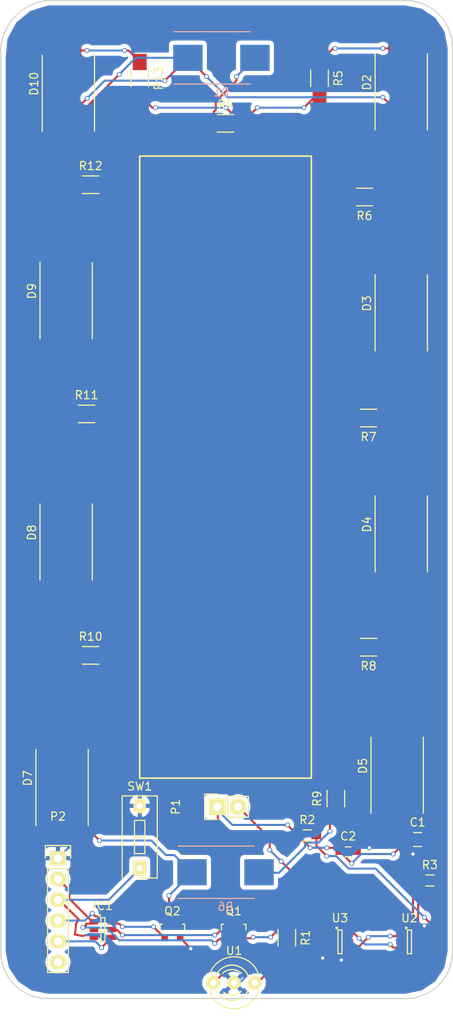
<source format=kicad_pcb>
(kicad_pcb (version 4) (host pcbnew 4.0.2-stable)

  (general
    (links 61)
    (no_connects 2)
    (area 119.908328 39.929999 175.335001 165.19648)
    (thickness 1.6)
    (drawings 12)
    (tracks 403)
    (zones 0)
    (modules 34)
    (nets 27)
  )

  (page A4)
  (title_block
    (title "Easy Lap Blaster Puck")
    (date 2016-06-08)
    (rev 0.1)
    (company "Bengineering Laboratory, Inc.")
  )

  (layers
    (0 F.Cu signal)
    (31 B.Cu signal)
    (32 B.Adhes user)
    (33 F.Adhes user)
    (34 B.Paste user)
    (35 F.Paste user)
    (36 B.SilkS user)
    (37 F.SilkS user)
    (38 B.Mask user)
    (39 F.Mask user)
    (40 Dwgs.User user)
    (41 Cmts.User user)
    (42 Eco1.User user)
    (43 Eco2.User user)
    (44 Edge.Cuts user)
    (45 Margin user)
    (46 B.CrtYd user)
    (47 F.CrtYd user)
    (48 B.Fab user)
    (49 F.Fab user)
  )

  (setup
    (last_trace_width 0.25)
    (trace_clearance 0.2)
    (zone_clearance 0.508)
    (zone_45_only no)
    (trace_min 0.2)
    (segment_width 0.2)
    (edge_width 0.15)
    (via_size 0.6)
    (via_drill 0.4)
    (via_min_size 0.4)
    (via_min_drill 0.3)
    (uvia_size 0.3)
    (uvia_drill 0.1)
    (uvias_allowed no)
    (uvia_min_size 0.2)
    (uvia_min_drill 0.1)
    (pcb_text_width 0.3)
    (pcb_text_size 1.5 1.5)
    (mod_edge_width 0.15)
    (mod_text_size 1 1)
    (mod_text_width 0.15)
    (pad_size 1.524 1.524)
    (pad_drill 0.762)
    (pad_to_mask_clearance 0.2)
    (aux_axis_origin 0 0)
    (visible_elements 7FFFFFFF)
    (pcbplotparams
      (layerselection 0x00030_80000001)
      (usegerberextensions false)
      (excludeedgelayer true)
      (linewidth 0.100000)
      (plotframeref false)
      (viasonmask false)
      (mode 1)
      (useauxorigin false)
      (hpglpennumber 1)
      (hpglpenspeed 20)
      (hpglpendiameter 15)
      (hpglpenoverlay 2)
      (psnegative false)
      (psa4output false)
      (plotreference true)
      (plotvalue true)
      (plotinvisibletext false)
      (padsonsilk false)
      (subtractmaskfromsilk false)
      (outputformat 1)
      (mirror false)
      (drillshape 1)
      (scaleselection 1)
      (outputdirectory ""))
  )

  (net 0 "")
  (net 1 /Vbat)
  (net 2 /GND)
  (net 3 /RA0)
  (net 4 /RA1)
  (net 5 /RA3)
  (net 6 /RA2)
  (net 7 "Net-(Q1-Pad2)")
  (net 8 "Net-(D1-Pad1)")
  (net 9 "Net-(R1-Pad2)")
  (net 10 "Net-(R2-Pad2)")
  (net 11 "Net-(R3-Pad1)")
  (net 12 "Net-(D1-Pad2)")
  (net 13 /G1)
  (net 14 /G2)
  (net 15 "Net-(U2-Pad4)")
  (net 16 /V-)
  (net 17 /D12)
  (net 18 "Net-(D2-Pad2)")
  (net 19 "Net-(D3-Pad2)")
  (net 20 "Net-(D4-Pad2)")
  (net 21 "Net-(D5-Pad2)")
  (net 22 "Net-(D6-Pad2)")
  (net 23 "Net-(D7-Pad2)")
  (net 24 "Net-(D8-Pad2)")
  (net 25 "Net-(D9-Pad2)")
  (net 26 "Net-(D10-Pad2)")

  (net_class Default "This is the default net class."
    (clearance 0.2)
    (trace_width 0.25)
    (via_dia 0.6)
    (via_drill 0.4)
    (uvia_dia 0.3)
    (uvia_drill 0.1)
    (add_net /D12)
    (add_net /G1)
    (add_net /G2)
    (add_net /GND)
    (add_net /RA0)
    (add_net /RA1)
    (add_net /RA2)
    (add_net /RA3)
    (add_net /V-)
    (add_net /Vbat)
    (add_net "Net-(D1-Pad1)")
    (add_net "Net-(D1-Pad2)")
    (add_net "Net-(D10-Pad2)")
    (add_net "Net-(D2-Pad2)")
    (add_net "Net-(D3-Pad2)")
    (add_net "Net-(D4-Pad2)")
    (add_net "Net-(D5-Pad2)")
    (add_net "Net-(D6-Pad2)")
    (add_net "Net-(D7-Pad2)")
    (add_net "Net-(D8-Pad2)")
    (add_net "Net-(D9-Pad2)")
    (add_net "Net-(Q1-Pad2)")
    (add_net "Net-(R1-Pad2)")
    (add_net "Net-(R2-Pad2)")
    (add_net "Net-(R3-Pad1)")
    (add_net "Net-(U2-Pad4)")
  )

  (module Capacitors_SMD:C_0805_HandSoldering (layer F.Cu) (tedit 541A9B8D) (tstamp 57579826)
    (at 171 142.5)
    (descr "Capacitor SMD 0805, hand soldering")
    (tags "capacitor 0805")
    (path /57471F56)
    (attr smd)
    (fp_text reference C1 (at 0 -2.1) (layer F.SilkS)
      (effects (font (size 1 1) (thickness 0.15)))
    )
    (fp_text value 10uF (at 0 2.1) (layer F.Fab)
      (effects (font (size 1 1) (thickness 0.15)))
    )
    (fp_line (start -2.3 -1) (end 2.3 -1) (layer F.CrtYd) (width 0.05))
    (fp_line (start -2.3 1) (end 2.3 1) (layer F.CrtYd) (width 0.05))
    (fp_line (start -2.3 -1) (end -2.3 1) (layer F.CrtYd) (width 0.05))
    (fp_line (start 2.3 -1) (end 2.3 1) (layer F.CrtYd) (width 0.05))
    (fp_line (start 0.5 -0.85) (end -0.5 -0.85) (layer F.SilkS) (width 0.15))
    (fp_line (start -0.5 0.85) (end 0.5 0.85) (layer F.SilkS) (width 0.15))
    (pad 1 smd rect (at -1.25 0) (size 1.5 1.25) (layers F.Cu F.Paste F.Mask)
      (net 1 /Vbat))
    (pad 2 smd rect (at 1.25 0) (size 1.5 1.25) (layers F.Cu F.Paste F.Mask)
      (net 2 /GND))
    (model Capacitors_SMD.3dshapes/C_0805_HandSoldering.wrl
      (at (xyz 0 0 0))
      (scale (xyz 1 1 1))
      (rotate (xyz 0 0 0))
    )
  )

  (module Capacitors_SMD:C_0603_HandSoldering (layer F.Cu) (tedit 541A9B4D) (tstamp 57579832)
    (at 162.5 144)
    (descr "Capacitor SMD 0603, hand soldering")
    (tags "capacitor 0603")
    (path /5747125A)
    (attr smd)
    (fp_text reference C2 (at 0 -1.9) (layer F.SilkS)
      (effects (font (size 1 1) (thickness 0.15)))
    )
    (fp_text value .1uF (at 0 1.9) (layer F.Fab)
      (effects (font (size 1 1) (thickness 0.15)))
    )
    (fp_line (start -1.85 -0.75) (end 1.85 -0.75) (layer F.CrtYd) (width 0.05))
    (fp_line (start -1.85 0.75) (end 1.85 0.75) (layer F.CrtYd) (width 0.05))
    (fp_line (start -1.85 -0.75) (end -1.85 0.75) (layer F.CrtYd) (width 0.05))
    (fp_line (start 1.85 -0.75) (end 1.85 0.75) (layer F.CrtYd) (width 0.05))
    (fp_line (start -0.35 -0.6) (end 0.35 -0.6) (layer F.SilkS) (width 0.15))
    (fp_line (start 0.35 0.6) (end -0.35 0.6) (layer F.SilkS) (width 0.15))
    (pad 1 smd rect (at -0.95 0) (size 1.2 0.75) (layers F.Cu F.Paste F.Mask)
      (net 1 /Vbat))
    (pad 2 smd rect (at 0.95 0) (size 1.2 0.75) (layers F.Cu F.Paste F.Mask)
      (net 2 /GND))
    (model Capacitors_SMD.3dshapes/C_0603_HandSoldering.wrl
      (at (xyz 0 0 0))
      (scale (xyz 1 1 1))
      (rotate (xyz 0 0 0))
    )
  )

  (module SOT-23-6 (layer F.Cu) (tedit 53DE8DE3) (tstamp 57579841)
    (at 132.5 153.5)
    (descr "6-pin SOT-23 package")
    (tags SOT-23-6)
    (path /574685FB)
    (attr smd)
    (fp_text reference IC1 (at 0 -2.9) (layer F.SilkS)
      (effects (font (size 1 1) (thickness 0.15)))
    )
    (fp_text value PIC10F322 (at 0 2.9) (layer F.Fab)
      (effects (font (size 1 1) (thickness 0.15)))
    )
    (fp_circle (center -0.4 -1.7) (end -0.3 -1.7) (layer F.SilkS) (width 0.15))
    (fp_line (start 0.25 -1.45) (end -0.25 -1.45) (layer F.SilkS) (width 0.15))
    (fp_line (start 0.25 1.45) (end 0.25 -1.45) (layer F.SilkS) (width 0.15))
    (fp_line (start -0.25 1.45) (end 0.25 1.45) (layer F.SilkS) (width 0.15))
    (fp_line (start -0.25 -1.45) (end -0.25 1.45) (layer F.SilkS) (width 0.15))
    (pad 1 smd rect (at -1.1 -0.95) (size 1.06 0.65) (layers F.Cu F.Paste F.Mask)
      (net 3 /RA0))
    (pad 2 smd rect (at -1.1 0) (size 1.06 0.65) (layers F.Cu F.Paste F.Mask)
      (net 2 /GND))
    (pad 3 smd rect (at -1.1 0.95) (size 1.06 0.65) (layers F.Cu F.Paste F.Mask)
      (net 4 /RA1))
    (pad 4 smd rect (at 1.1 0.95) (size 1.06 0.65) (layers F.Cu F.Paste F.Mask)
      (net 5 /RA3))
    (pad 6 smd rect (at 1.1 -0.95) (size 1.06 0.65) (layers F.Cu F.Paste F.Mask)
      (net 6 /RA2))
    (pad 5 smd rect (at 1.1 0) (size 1.06 0.65) (layers F.Cu F.Paste F.Mask)
      (net 1 /Vbat))
    (model TO_SOT_Packages_SMD.3dshapes/SOT-23-6.wrl
      (at (xyz 0 0 0))
      (scale (xyz 1 1 1))
      (rotate (xyz 0 0 0))
    )
  )

  (module SOT-23 (layer F.Cu) (tedit 553634F8) (tstamp 57579851)
    (at 148.5 153.5)
    (descr "SOT-23, Standard")
    (tags SOT-23)
    (path /57490B3B)
    (attr smd)
    (fp_text reference Q1 (at 0 -2.25) (layer F.SilkS)
      (effects (font (size 1 1) (thickness 0.15)))
    )
    (fp_text value AO3401A (at 0 2.3) (layer F.Fab)
      (effects (font (size 1 1) (thickness 0.15)))
    )
    (fp_line (start -1.65 -1.6) (end 1.65 -1.6) (layer F.CrtYd) (width 0.05))
    (fp_line (start 1.65 -1.6) (end 1.65 1.6) (layer F.CrtYd) (width 0.05))
    (fp_line (start 1.65 1.6) (end -1.65 1.6) (layer F.CrtYd) (width 0.05))
    (fp_line (start -1.65 1.6) (end -1.65 -1.6) (layer F.CrtYd) (width 0.05))
    (fp_line (start 1.29916 -0.65024) (end 1.2509 -0.65024) (layer F.SilkS) (width 0.15))
    (fp_line (start -1.49982 0.0508) (end -1.49982 -0.65024) (layer F.SilkS) (width 0.15))
    (fp_line (start -1.49982 -0.65024) (end -1.2509 -0.65024) (layer F.SilkS) (width 0.15))
    (fp_line (start 1.29916 -0.65024) (end 1.49982 -0.65024) (layer F.SilkS) (width 0.15))
    (fp_line (start 1.49982 -0.65024) (end 1.49982 0.0508) (layer F.SilkS) (width 0.15))
    (pad 1 smd rect (at -0.95 1.00076) (size 0.8001 0.8001) (layers F.Cu F.Paste F.Mask)
      (net 3 /RA0))
    (pad 2 smd rect (at 0.95 1.00076) (size 0.8001 0.8001) (layers F.Cu F.Paste F.Mask)
      (net 7 "Net-(Q1-Pad2)"))
    (pad 3 smd rect (at 0 -0.99822) (size 0.8001 0.8001) (layers F.Cu F.Paste F.Mask)
      (net 1 /Vbat))
    (model TO_SOT_Packages_SMD.3dshapes/SOT-23.wrl
      (at (xyz 0 0 0))
      (scale (xyz 1 1 1))
      (rotate (xyz 0 0 0))
    )
  )

  (module SOT-23 (layer F.Cu) (tedit 553634F8) (tstamp 57579861)
    (at 141 153.5)
    (descr "SOT-23, Standard")
    (tags SOT-23)
    (path /574673B9)
    (attr smd)
    (fp_text reference Q2 (at 0 -2.25) (layer F.SilkS)
      (effects (font (size 1 1) (thickness 0.15)))
    )
    (fp_text value AO3400A (at 0 2.3) (layer F.Fab)
      (effects (font (size 1 1) (thickness 0.15)))
    )
    (fp_line (start -1.65 -1.6) (end 1.65 -1.6) (layer F.CrtYd) (width 0.05))
    (fp_line (start 1.65 -1.6) (end 1.65 1.6) (layer F.CrtYd) (width 0.05))
    (fp_line (start 1.65 1.6) (end -1.65 1.6) (layer F.CrtYd) (width 0.05))
    (fp_line (start -1.65 1.6) (end -1.65 -1.6) (layer F.CrtYd) (width 0.05))
    (fp_line (start 1.29916 -0.65024) (end 1.2509 -0.65024) (layer F.SilkS) (width 0.15))
    (fp_line (start -1.49982 0.0508) (end -1.49982 -0.65024) (layer F.SilkS) (width 0.15))
    (fp_line (start -1.49982 -0.65024) (end -1.2509 -0.65024) (layer F.SilkS) (width 0.15))
    (fp_line (start 1.29916 -0.65024) (end 1.49982 -0.65024) (layer F.SilkS) (width 0.15))
    (fp_line (start 1.49982 -0.65024) (end 1.49982 0.0508) (layer F.SilkS) (width 0.15))
    (pad 1 smd rect (at -0.95 1.00076) (size 0.8001 0.8001) (layers F.Cu F.Paste F.Mask)
      (net 6 /RA2))
    (pad 2 smd rect (at 0.95 1.00076) (size 0.8001 0.8001) (layers F.Cu F.Paste F.Mask)
      (net 2 /GND))
    (pad 3 smd rect (at 0 -0.99822) (size 0.8001 0.8001) (layers F.Cu F.Paste F.Mask)
      (net 8 "Net-(D1-Pad1)"))
    (model TO_SOT_Packages_SMD.3dshapes/SOT-23.wrl
      (at (xyz 0 0 0))
      (scale (xyz 1 1 1))
      (rotate (xyz 0 0 0))
    )
  )

  (module Resistors_SMD:R_1206_HandSoldering (layer F.Cu) (tedit 5418A20D) (tstamp 5757986D)
    (at 155 154.5 270)
    (descr "Resistor SMD 1206, hand soldering")
    (tags "resistor 1206")
    (path /57491D65)
    (attr smd)
    (fp_text reference R1 (at 0 -2.3 270) (layer F.SilkS)
      (effects (font (size 1 1) (thickness 0.15)))
    )
    (fp_text value 100 (at 0 2.3 270) (layer F.Fab)
      (effects (font (size 1 1) (thickness 0.15)))
    )
    (fp_line (start -3.3 -1.2) (end 3.3 -1.2) (layer F.CrtYd) (width 0.05))
    (fp_line (start -3.3 1.2) (end 3.3 1.2) (layer F.CrtYd) (width 0.05))
    (fp_line (start -3.3 -1.2) (end -3.3 1.2) (layer F.CrtYd) (width 0.05))
    (fp_line (start 3.3 -1.2) (end 3.3 1.2) (layer F.CrtYd) (width 0.05))
    (fp_line (start 1 1.075) (end -1 1.075) (layer F.SilkS) (width 0.15))
    (fp_line (start -1 -1.075) (end 1 -1.075) (layer F.SilkS) (width 0.15))
    (pad 1 smd rect (at -2 0 270) (size 2 1.7) (layers F.Cu F.Paste F.Mask)
      (net 7 "Net-(Q1-Pad2)"))
    (pad 2 smd rect (at 2 0 270) (size 2 1.7) (layers F.Cu F.Paste F.Mask)
      (net 9 "Net-(R1-Pad2)"))
    (model Resistors_SMD.3dshapes/R_1206_HandSoldering.wrl
      (at (xyz 0 0 0))
      (scale (xyz 1 1 1))
      (rotate (xyz 0 0 0))
    )
  )

  (module Resistors_SMD:R_0603_HandSoldering (layer F.Cu) (tedit 5418A00F) (tstamp 57579879)
    (at 157.5 142)
    (descr "Resistor SMD 0603, hand soldering")
    (tags "resistor 0603")
    (path /5748BBE7)
    (attr smd)
    (fp_text reference R2 (at 0 -1.9) (layer F.SilkS)
      (effects (font (size 1 1) (thickness 0.15)))
    )
    (fp_text value 100 (at 0 1.9) (layer F.Fab)
      (effects (font (size 1 1) (thickness 0.15)))
    )
    (fp_line (start -2 -0.8) (end 2 -0.8) (layer F.CrtYd) (width 0.05))
    (fp_line (start -2 0.8) (end 2 0.8) (layer F.CrtYd) (width 0.05))
    (fp_line (start -2 -0.8) (end -2 0.8) (layer F.CrtYd) (width 0.05))
    (fp_line (start 2 -0.8) (end 2 0.8) (layer F.CrtYd) (width 0.05))
    (fp_line (start 0.5 0.675) (end -0.5 0.675) (layer F.SilkS) (width 0.15))
    (fp_line (start -0.5 -0.675) (end 0.5 -0.675) (layer F.SilkS) (width 0.15))
    (pad 1 smd rect (at -1.1 0) (size 1.2 0.9) (layers F.Cu F.Paste F.Mask)
      (net 1 /Vbat))
    (pad 2 smd rect (at 1.1 0) (size 1.2 0.9) (layers F.Cu F.Paste F.Mask)
      (net 10 "Net-(R2-Pad2)"))
    (model Resistors_SMD.3dshapes/R_0603_HandSoldering.wrl
      (at (xyz 0 0 0))
      (scale (xyz 1 1 1))
      (rotate (xyz 0 0 0))
    )
  )

  (module Resistors_SMD:R_0603_HandSoldering (layer F.Cu) (tedit 5418A00F) (tstamp 57579885)
    (at 172.5 147.5)
    (descr "Resistor SMD 0603, hand soldering")
    (tags "resistor 0603")
    (path /5748B706)
    (attr smd)
    (fp_text reference R3 (at 0 -1.9) (layer F.SilkS)
      (effects (font (size 1 1) (thickness 0.15)))
    )
    (fp_text value 1000 (at 0 1.9) (layer F.Fab)
      (effects (font (size 1 1) (thickness 0.15)))
    )
    (fp_line (start -2 -0.8) (end 2 -0.8) (layer F.CrtYd) (width 0.05))
    (fp_line (start -2 0.8) (end 2 0.8) (layer F.CrtYd) (width 0.05))
    (fp_line (start -2 -0.8) (end -2 0.8) (layer F.CrtYd) (width 0.05))
    (fp_line (start 2 -0.8) (end 2 0.8) (layer F.CrtYd) (width 0.05))
    (fp_line (start 0.5 0.675) (end -0.5 0.675) (layer F.SilkS) (width 0.15))
    (fp_line (start -0.5 -0.675) (end 0.5 -0.675) (layer F.SilkS) (width 0.15))
    (pad 1 smd rect (at -1.1 0) (size 1.2 0.9) (layers F.Cu F.Paste F.Mask)
      (net 11 "Net-(R3-Pad1)"))
    (pad 2 smd rect (at 1.1 0) (size 1.2 0.9) (layers F.Cu F.Paste F.Mask)
      (net 2 /GND))
    (model Resistors_SMD.3dshapes/R_0603_HandSoldering.wrl
      (at (xyz 0 0 0))
      (scale (xyz 1 1 1))
      (rotate (xyz 0 0 0))
    )
  )

  (module Resistors_SMD:R_1206_HandSoldering (layer F.Cu) (tedit 5418A20D) (tstamp 57579891)
    (at 147.5 55)
    (descr "Resistor SMD 1206, hand soldering")
    (tags "resistor 1206")
    (path /57473065)
    (attr smd)
    (fp_text reference R4 (at 0 -2.3) (layer F.SilkS)
      (effects (font (size 1 1) (thickness 0.15)))
    )
    (fp_text value 5.6 (at 0 2.3) (layer F.Fab)
      (effects (font (size 1 1) (thickness 0.15)))
    )
    (fp_line (start -3.3 -1.2) (end 3.3 -1.2) (layer F.CrtYd) (width 0.05))
    (fp_line (start -3.3 1.2) (end 3.3 1.2) (layer F.CrtYd) (width 0.05))
    (fp_line (start -3.3 -1.2) (end -3.3 1.2) (layer F.CrtYd) (width 0.05))
    (fp_line (start 3.3 -1.2) (end 3.3 1.2) (layer F.CrtYd) (width 0.05))
    (fp_line (start 1 1.075) (end -1 1.075) (layer F.SilkS) (width 0.15))
    (fp_line (start -1 -1.075) (end 1 -1.075) (layer F.SilkS) (width 0.15))
    (pad 1 smd rect (at -2 0) (size 2 1.7) (layers F.Cu F.Paste F.Mask)
      (net 12 "Net-(D1-Pad2)"))
    (pad 2 smd rect (at 2 0) (size 2 1.7) (layers F.Cu F.Paste F.Mask)
      (net 1 /Vbat))
    (model Resistors_SMD.3dshapes/R_1206_HandSoldering.wrl
      (at (xyz 0 0 0))
      (scale (xyz 1 1 1))
      (rotate (xyz 0 0 0))
    )
  )

  (module TO_SOT_Packages_SMD:SOT-23-6 (layer F.Cu) (tedit 53DE8DE3) (tstamp 575798A0)
    (at 170 155)
    (descr "6-pin SOT-23 package")
    (tags SOT-23-6)
    (path /57476984)
    (attr smd)
    (fp_text reference U2 (at 0 -2.9) (layer F.SilkS)
      (effects (font (size 1 1) (thickness 0.15)))
    )
    (fp_text value DW-01 (at 0 2.9) (layer F.Fab)
      (effects (font (size 1 1) (thickness 0.15)))
    )
    (fp_circle (center -0.4 -1.7) (end -0.3 -1.7) (layer F.SilkS) (width 0.15))
    (fp_line (start 0.25 -1.45) (end -0.25 -1.45) (layer F.SilkS) (width 0.15))
    (fp_line (start 0.25 1.45) (end 0.25 -1.45) (layer F.SilkS) (width 0.15))
    (fp_line (start -0.25 1.45) (end 0.25 1.45) (layer F.SilkS) (width 0.15))
    (fp_line (start -0.25 -1.45) (end -0.25 1.45) (layer F.SilkS) (width 0.15))
    (pad 1 smd rect (at -1.1 -0.95) (size 1.06 0.65) (layers F.Cu F.Paste F.Mask)
      (net 13 /G1))
    (pad 2 smd rect (at -1.1 0) (size 1.06 0.65) (layers F.Cu F.Paste F.Mask)
      (net 11 "Net-(R3-Pad1)"))
    (pad 3 smd rect (at -1.1 0.95) (size 1.06 0.65) (layers F.Cu F.Paste F.Mask)
      (net 14 /G2))
    (pad 4 smd rect (at 1.1 0.95) (size 1.06 0.65) (layers F.Cu F.Paste F.Mask)
      (net 15 "Net-(U2-Pad4)"))
    (pad 6 smd rect (at 1.1 -0.95) (size 1.06 0.65) (layers F.Cu F.Paste F.Mask)
      (net 2 /GND))
    (pad 5 smd rect (at 1.1 0) (size 1.06 0.65) (layers F.Cu F.Paste F.Mask)
      (net 10 "Net-(R2-Pad2)"))
    (model TO_SOT_Packages_SMD.3dshapes/SOT-23-6.wrl
      (at (xyz 0 0 0))
      (scale (xyz 1 1 1))
      (rotate (xyz 0 0 0))
    )
  )

  (module TO_SOT_Packages_SMD:SOT-23-6 (layer F.Cu) (tedit 53DE8DE3) (tstamp 575798AF)
    (at 161.5 155)
    (descr "6-pin SOT-23 package")
    (tags SOT-23-6)
    (path /574777DE)
    (attr smd)
    (fp_text reference U3 (at 0 -2.9) (layer F.SilkS)
      (effects (font (size 1 1) (thickness 0.15)))
    )
    (fp_text value FS8205 (at 0 2.9) (layer F.Fab)
      (effects (font (size 1 1) (thickness 0.15)))
    )
    (fp_circle (center -0.4 -1.7) (end -0.3 -1.7) (layer F.SilkS) (width 0.15))
    (fp_line (start 0.25 -1.45) (end -0.25 -1.45) (layer F.SilkS) (width 0.15))
    (fp_line (start 0.25 1.45) (end 0.25 -1.45) (layer F.SilkS) (width 0.15))
    (fp_line (start -0.25 1.45) (end 0.25 1.45) (layer F.SilkS) (width 0.15))
    (fp_line (start -0.25 -1.45) (end -0.25 1.45) (layer F.SilkS) (width 0.15))
    (pad 1 smd rect (at -1.1 -0.95) (size 1.06 0.65) (layers F.Cu F.Paste F.Mask)
      (net 16 /V-))
    (pad 2 smd rect (at -1.1 0) (size 1.06 0.65) (layers F.Cu F.Paste F.Mask)
      (net 17 /D12))
    (pad 3 smd rect (at -1.1 0.95) (size 1.06 0.65) (layers F.Cu F.Paste F.Mask)
      (net 2 /GND))
    (pad 4 smd rect (at 1.1 0.95) (size 1.06 0.65) (layers F.Cu F.Paste F.Mask)
      (net 13 /G1))
    (pad 6 smd rect (at 1.1 -0.95) (size 1.06 0.65) (layers F.Cu F.Paste F.Mask)
      (net 14 /G2))
    (pad 5 smd rect (at 1.1 0) (size 1.06 0.65) (layers F.Cu F.Paste F.Mask)
      (net 17 /D12))
    (model TO_SOT_Packages_SMD.3dshapes/SOT-23-6.wrl
      (at (xyz 0 0 0))
      (scale (xyz 1 1 1))
      (rotate (xyz 0 0 0))
    )
  )

  (module Diodes_SMD:DO-214AB_Handsoldering (layer B.Cu) (tedit 55429DAE) (tstamp 575801D2)
    (at 147 47)
    (descr "Jedec DO-214AB diode package. Designed according to Fairchild SS32 datasheet.")
    (tags "DO-214AB diode Handsoldering")
    (path /57467138)
    (attr smd)
    (fp_text reference D1 (at 0 4.2) (layer B.SilkS)
      (effects (font (size 1 1) (thickness 0.15)) (justify mirror))
    )
    (fp_text value LED (at 0 -4.6) (layer B.Fab)
      (effects (font (size 1 1) (thickness 0.15)) (justify mirror))
    )
    (fp_line (start -6.15 3.45) (end 6.15 3.45) (layer B.CrtYd) (width 0.05))
    (fp_line (start 6.15 3.45) (end 6.15 -3.45) (layer B.CrtYd) (width 0.05))
    (fp_line (start 6.15 -3.45) (end -6.15 -3.45) (layer B.CrtYd) (width 0.05))
    (fp_line (start -6.15 -3.45) (end -6.15 3.45) (layer B.CrtYd) (width 0.05))
    (fp_line (start 3.5 -3.2) (end -5.8 -3.2) (layer B.SilkS) (width 0.15))
    (fp_line (start -5.8 3.2) (end 3.5 3.2) (layer B.SilkS) (width 0.15))
    (pad 2 smd rect (at 4.1 0) (size 3.6 3.2) (layers B.Cu B.Paste B.Mask)
      (net 12 "Net-(D1-Pad2)"))
    (pad 1 smd rect (at -4.1 0) (size 3.6 3.2) (layers B.Cu B.Paste B.Mask)
      (net 8 "Net-(D1-Pad1)"))
    (model Diodes_SMD.3dshapes/DO-214AB_Handsoldering.wrl
      (at (xyz 0 0 0))
      (scale (xyz 0.39 0.39 0.39))
      (rotate (xyz 0 0 180))
    )
  )

  (module Diodes_SMD:DO-214AB_Handsoldering (layer F.Cu) (tedit 55429DAE) (tstamp 575801DE)
    (at 169 50 90)
    (descr "Jedec DO-214AB diode package. Designed according to Fairchild SS32 datasheet.")
    (tags "DO-214AB diode Handsoldering")
    (path /5746713E)
    (attr smd)
    (fp_text reference D2 (at 0 -4.2 90) (layer F.SilkS)
      (effects (font (size 1 1) (thickness 0.15)))
    )
    (fp_text value LED (at 0 4.6 90) (layer F.Fab)
      (effects (font (size 1 1) (thickness 0.15)))
    )
    (fp_line (start -6.15 -3.45) (end 6.15 -3.45) (layer F.CrtYd) (width 0.05))
    (fp_line (start 6.15 -3.45) (end 6.15 3.45) (layer F.CrtYd) (width 0.05))
    (fp_line (start 6.15 3.45) (end -6.15 3.45) (layer F.CrtYd) (width 0.05))
    (fp_line (start -6.15 3.45) (end -6.15 -3.45) (layer F.CrtYd) (width 0.05))
    (fp_line (start 3.5 3.2) (end -5.8 3.2) (layer F.SilkS) (width 0.15))
    (fp_line (start -5.8 -3.2) (end 3.5 -3.2) (layer F.SilkS) (width 0.15))
    (pad 2 smd rect (at 4.1 0 90) (size 3.6 3.2) (layers F.Cu F.Paste F.Mask)
      (net 18 "Net-(D2-Pad2)"))
    (pad 1 smd rect (at -4.1 0 90) (size 3.6 3.2) (layers F.Cu F.Paste F.Mask)
      (net 8 "Net-(D1-Pad1)"))
    (model Diodes_SMD.3dshapes/DO-214AB_Handsoldering.wrl
      (at (xyz 0 0 0))
      (scale (xyz 0.39 0.39 0.39))
      (rotate (xyz 0 0 180))
    )
  )

  (module Diodes_SMD:DO-214AB_Handsoldering (layer F.Cu) (tedit 55429DAE) (tstamp 575801EA)
    (at 169 77 90)
    (descr "Jedec DO-214AB diode package. Designed according to Fairchild SS32 datasheet.")
    (tags "DO-214AB diode Handsoldering")
    (path /57467144)
    (attr smd)
    (fp_text reference D3 (at 0 -4.2 90) (layer F.SilkS)
      (effects (font (size 1 1) (thickness 0.15)))
    )
    (fp_text value LED (at 0 4.6 90) (layer F.Fab)
      (effects (font (size 1 1) (thickness 0.15)))
    )
    (fp_line (start -6.15 -3.45) (end 6.15 -3.45) (layer F.CrtYd) (width 0.05))
    (fp_line (start 6.15 -3.45) (end 6.15 3.45) (layer F.CrtYd) (width 0.05))
    (fp_line (start 6.15 3.45) (end -6.15 3.45) (layer F.CrtYd) (width 0.05))
    (fp_line (start -6.15 3.45) (end -6.15 -3.45) (layer F.CrtYd) (width 0.05))
    (fp_line (start 3.5 3.2) (end -5.8 3.2) (layer F.SilkS) (width 0.15))
    (fp_line (start -5.8 -3.2) (end 3.5 -3.2) (layer F.SilkS) (width 0.15))
    (pad 2 smd rect (at 4.1 0 90) (size 3.6 3.2) (layers F.Cu F.Paste F.Mask)
      (net 19 "Net-(D3-Pad2)"))
    (pad 1 smd rect (at -4.1 0 90) (size 3.6 3.2) (layers F.Cu F.Paste F.Mask)
      (net 8 "Net-(D1-Pad1)"))
    (model Diodes_SMD.3dshapes/DO-214AB_Handsoldering.wrl
      (at (xyz 0 0 0))
      (scale (xyz 0.39 0.39 0.39))
      (rotate (xyz 0 0 180))
    )
  )

  (module Diodes_SMD:DO-214AB_Handsoldering (layer F.Cu) (tedit 55429DAE) (tstamp 575801F6)
    (at 169 104 90)
    (descr "Jedec DO-214AB diode package. Designed according to Fairchild SS32 datasheet.")
    (tags "DO-214AB diode Handsoldering")
    (path /57466E07)
    (attr smd)
    (fp_text reference D4 (at 0 -4.2 90) (layer F.SilkS)
      (effects (font (size 1 1) (thickness 0.15)))
    )
    (fp_text value LED (at 0 4.6 90) (layer F.Fab)
      (effects (font (size 1 1) (thickness 0.15)))
    )
    (fp_line (start -6.15 -3.45) (end 6.15 -3.45) (layer F.CrtYd) (width 0.05))
    (fp_line (start 6.15 -3.45) (end 6.15 3.45) (layer F.CrtYd) (width 0.05))
    (fp_line (start 6.15 3.45) (end -6.15 3.45) (layer F.CrtYd) (width 0.05))
    (fp_line (start -6.15 3.45) (end -6.15 -3.45) (layer F.CrtYd) (width 0.05))
    (fp_line (start 3.5 3.2) (end -5.8 3.2) (layer F.SilkS) (width 0.15))
    (fp_line (start -5.8 -3.2) (end 3.5 -3.2) (layer F.SilkS) (width 0.15))
    (pad 2 smd rect (at 4.1 0 90) (size 3.6 3.2) (layers F.Cu F.Paste F.Mask)
      (net 20 "Net-(D4-Pad2)"))
    (pad 1 smd rect (at -4.1 0 90) (size 3.6 3.2) (layers F.Cu F.Paste F.Mask)
      (net 8 "Net-(D1-Pad1)"))
    (model Diodes_SMD.3dshapes/DO-214AB_Handsoldering.wrl
      (at (xyz 0 0 0))
      (scale (xyz 0.39 0.39 0.39))
      (rotate (xyz 0 0 180))
    )
  )

  (module Diodes_SMD:DO-214AB_Handsoldering (layer F.Cu) (tedit 55429DAE) (tstamp 57580202)
    (at 168.5 133.5 90)
    (descr "Jedec DO-214AB diode package. Designed according to Fairchild SS32 datasheet.")
    (tags "DO-214AB diode Handsoldering")
    (path /57466E8E)
    (attr smd)
    (fp_text reference D5 (at 0 -4.2 90) (layer F.SilkS)
      (effects (font (size 1 1) (thickness 0.15)))
    )
    (fp_text value LED (at 0 4.6 90) (layer F.Fab)
      (effects (font (size 1 1) (thickness 0.15)))
    )
    (fp_line (start -6.15 -3.45) (end 6.15 -3.45) (layer F.CrtYd) (width 0.05))
    (fp_line (start 6.15 -3.45) (end 6.15 3.45) (layer F.CrtYd) (width 0.05))
    (fp_line (start 6.15 3.45) (end -6.15 3.45) (layer F.CrtYd) (width 0.05))
    (fp_line (start -6.15 3.45) (end -6.15 -3.45) (layer F.CrtYd) (width 0.05))
    (fp_line (start 3.5 3.2) (end -5.8 3.2) (layer F.SilkS) (width 0.15))
    (fp_line (start -5.8 -3.2) (end 3.5 -3.2) (layer F.SilkS) (width 0.15))
    (pad 2 smd rect (at 4.1 0 90) (size 3.6 3.2) (layers F.Cu F.Paste F.Mask)
      (net 21 "Net-(D5-Pad2)"))
    (pad 1 smd rect (at -4.1 0 90) (size 3.6 3.2) (layers F.Cu F.Paste F.Mask)
      (net 8 "Net-(D1-Pad1)"))
    (model Diodes_SMD.3dshapes/DO-214AB_Handsoldering.wrl
      (at (xyz 0 0 0))
      (scale (xyz 0.39 0.39 0.39))
      (rotate (xyz 0 0 180))
    )
  )

  (module Diodes_SMD:DO-214AB_Handsoldering (layer B.Cu) (tedit 55429DAE) (tstamp 5758020E)
    (at 147.5 146.5)
    (descr "Jedec DO-214AB diode package. Designed according to Fairchild SS32 datasheet.")
    (tags "DO-214AB diode Handsoldering")
    (path /57466EB2)
    (attr smd)
    (fp_text reference D6 (at 0 4.2) (layer B.SilkS)
      (effects (font (size 1 1) (thickness 0.15)) (justify mirror))
    )
    (fp_text value LED (at 0 -4.6) (layer B.Fab)
      (effects (font (size 1 1) (thickness 0.15)) (justify mirror))
    )
    (fp_line (start -6.15 3.45) (end 6.15 3.45) (layer B.CrtYd) (width 0.05))
    (fp_line (start 6.15 3.45) (end 6.15 -3.45) (layer B.CrtYd) (width 0.05))
    (fp_line (start 6.15 -3.45) (end -6.15 -3.45) (layer B.CrtYd) (width 0.05))
    (fp_line (start -6.15 -3.45) (end -6.15 3.45) (layer B.CrtYd) (width 0.05))
    (fp_line (start 3.5 -3.2) (end -5.8 -3.2) (layer B.SilkS) (width 0.15))
    (fp_line (start -5.8 3.2) (end 3.5 3.2) (layer B.SilkS) (width 0.15))
    (pad 2 smd rect (at 4.1 0) (size 3.6 3.2) (layers B.Cu B.Paste B.Mask)
      (net 22 "Net-(D6-Pad2)"))
    (pad 1 smd rect (at -4.1 0) (size 3.6 3.2) (layers B.Cu B.Paste B.Mask)
      (net 8 "Net-(D1-Pad1)"))
    (model Diodes_SMD.3dshapes/DO-214AB_Handsoldering.wrl
      (at (xyz 0 0 0))
      (scale (xyz 0.39 0.39 0.39))
      (rotate (xyz 0 0 180))
    )
  )

  (module Diodes_SMD:DO-214AB_Handsoldering (layer F.Cu) (tedit 55429DAE) (tstamp 5758021A)
    (at 127.5 135 90)
    (descr "Jedec DO-214AB diode package. Designed according to Fairchild SS32 datasheet.")
    (tags "DO-214AB diode Handsoldering")
    (path /57467184)
    (attr smd)
    (fp_text reference D7 (at 0 -4.2 90) (layer F.SilkS)
      (effects (font (size 1 1) (thickness 0.15)))
    )
    (fp_text value LED (at 0 4.6 90) (layer F.Fab)
      (effects (font (size 1 1) (thickness 0.15)))
    )
    (fp_line (start -6.15 -3.45) (end 6.15 -3.45) (layer F.CrtYd) (width 0.05))
    (fp_line (start 6.15 -3.45) (end 6.15 3.45) (layer F.CrtYd) (width 0.05))
    (fp_line (start 6.15 3.45) (end -6.15 3.45) (layer F.CrtYd) (width 0.05))
    (fp_line (start -6.15 3.45) (end -6.15 -3.45) (layer F.CrtYd) (width 0.05))
    (fp_line (start 3.5 3.2) (end -5.8 3.2) (layer F.SilkS) (width 0.15))
    (fp_line (start -5.8 -3.2) (end 3.5 -3.2) (layer F.SilkS) (width 0.15))
    (pad 2 smd rect (at 4.1 0 90) (size 3.6 3.2) (layers F.Cu F.Paste F.Mask)
      (net 23 "Net-(D7-Pad2)"))
    (pad 1 smd rect (at -4.1 0 90) (size 3.6 3.2) (layers F.Cu F.Paste F.Mask)
      (net 8 "Net-(D1-Pad1)"))
    (model Diodes_SMD.3dshapes/DO-214AB_Handsoldering.wrl
      (at (xyz 0 0 0))
      (scale (xyz 0.39 0.39 0.39))
      (rotate (xyz 0 0 180))
    )
  )

  (module Diodes_SMD:DO-214AB_Handsoldering (layer F.Cu) (tedit 55429DAE) (tstamp 57580226)
    (at 128 105 90)
    (descr "Jedec DO-214AB diode package. Designed according to Fairchild SS32 datasheet.")
    (tags "DO-214AB diode Handsoldering")
    (path /5746718A)
    (attr smd)
    (fp_text reference D8 (at 0 -4.2 90) (layer F.SilkS)
      (effects (font (size 1 1) (thickness 0.15)))
    )
    (fp_text value LED (at 0 4.6 90) (layer F.Fab)
      (effects (font (size 1 1) (thickness 0.15)))
    )
    (fp_line (start -6.15 -3.45) (end 6.15 -3.45) (layer F.CrtYd) (width 0.05))
    (fp_line (start 6.15 -3.45) (end 6.15 3.45) (layer F.CrtYd) (width 0.05))
    (fp_line (start 6.15 3.45) (end -6.15 3.45) (layer F.CrtYd) (width 0.05))
    (fp_line (start -6.15 3.45) (end -6.15 -3.45) (layer F.CrtYd) (width 0.05))
    (fp_line (start 3.5 3.2) (end -5.8 3.2) (layer F.SilkS) (width 0.15))
    (fp_line (start -5.8 -3.2) (end 3.5 -3.2) (layer F.SilkS) (width 0.15))
    (pad 2 smd rect (at 4.1 0 90) (size 3.6 3.2) (layers F.Cu F.Paste F.Mask)
      (net 24 "Net-(D8-Pad2)"))
    (pad 1 smd rect (at -4.1 0 90) (size 3.6 3.2) (layers F.Cu F.Paste F.Mask)
      (net 8 "Net-(D1-Pad1)"))
    (model Diodes_SMD.3dshapes/DO-214AB_Handsoldering.wrl
      (at (xyz 0 0 0))
      (scale (xyz 0.39 0.39 0.39))
      (rotate (xyz 0 0 180))
    )
  )

  (module Diodes_SMD:DO-214AB_Handsoldering (layer F.Cu) (tedit 55429DAE) (tstamp 57580232)
    (at 128 75.5 90)
    (descr "Jedec DO-214AB diode package. Designed according to Fairchild SS32 datasheet.")
    (tags "DO-214AB diode Handsoldering")
    (path /57472639)
    (attr smd)
    (fp_text reference D9 (at 0 -4.2 90) (layer F.SilkS)
      (effects (font (size 1 1) (thickness 0.15)))
    )
    (fp_text value LED (at 0 4.6 90) (layer F.Fab)
      (effects (font (size 1 1) (thickness 0.15)))
    )
    (fp_line (start -6.15 -3.45) (end 6.15 -3.45) (layer F.CrtYd) (width 0.05))
    (fp_line (start 6.15 -3.45) (end 6.15 3.45) (layer F.CrtYd) (width 0.05))
    (fp_line (start 6.15 3.45) (end -6.15 3.45) (layer F.CrtYd) (width 0.05))
    (fp_line (start -6.15 3.45) (end -6.15 -3.45) (layer F.CrtYd) (width 0.05))
    (fp_line (start 3.5 3.2) (end -5.8 3.2) (layer F.SilkS) (width 0.15))
    (fp_line (start -5.8 -3.2) (end 3.5 -3.2) (layer F.SilkS) (width 0.15))
    (pad 2 smd rect (at 4.1 0 90) (size 3.6 3.2) (layers F.Cu F.Paste F.Mask)
      (net 25 "Net-(D9-Pad2)"))
    (pad 1 smd rect (at -4.1 0 90) (size 3.6 3.2) (layers F.Cu F.Paste F.Mask)
      (net 8 "Net-(D1-Pad1)"))
    (model Diodes_SMD.3dshapes/DO-214AB_Handsoldering.wrl
      (at (xyz 0 0 0))
      (scale (xyz 0.39 0.39 0.39))
      (rotate (xyz 0 0 180))
    )
  )

  (module Diodes_SMD:DO-214AB_Handsoldering (layer F.Cu) (tedit 55429DAE) (tstamp 5758023E)
    (at 128.27 50.165 90)
    (descr "Jedec DO-214AB diode package. Designed according to Fairchild SS32 datasheet.")
    (tags "DO-214AB diode Handsoldering")
    (path /5747263F)
    (attr smd)
    (fp_text reference D10 (at 0 -4.2 90) (layer F.SilkS)
      (effects (font (size 1 1) (thickness 0.15)))
    )
    (fp_text value LED (at 0 4.6 90) (layer F.Fab)
      (effects (font (size 1 1) (thickness 0.15)))
    )
    (fp_line (start -6.15 -3.45) (end 6.15 -3.45) (layer F.CrtYd) (width 0.05))
    (fp_line (start 6.15 -3.45) (end 6.15 3.45) (layer F.CrtYd) (width 0.05))
    (fp_line (start 6.15 3.45) (end -6.15 3.45) (layer F.CrtYd) (width 0.05))
    (fp_line (start -6.15 3.45) (end -6.15 -3.45) (layer F.CrtYd) (width 0.05))
    (fp_line (start 3.5 3.2) (end -5.8 3.2) (layer F.SilkS) (width 0.15))
    (fp_line (start -5.8 -3.2) (end 3.5 -3.2) (layer F.SilkS) (width 0.15))
    (pad 2 smd rect (at 4.1 0 90) (size 3.6 3.2) (layers F.Cu F.Paste F.Mask)
      (net 26 "Net-(D10-Pad2)"))
    (pad 1 smd rect (at -4.1 0 90) (size 3.6 3.2) (layers F.Cu F.Paste F.Mask)
      (net 8 "Net-(D1-Pad1)"))
    (model Diodes_SMD.3dshapes/DO-214AB_Handsoldering.wrl
      (at (xyz 0 0 0))
      (scale (xyz 0.39 0.39 0.39))
      (rotate (xyz 0 0 180))
    )
  )

  (module Resistors_SMD:R_1206_HandSoldering (layer F.Cu) (tedit 5418A20D) (tstamp 5758024A)
    (at 159 49.5 270)
    (descr "Resistor SMD 1206, hand soldering")
    (tags "resistor 1206")
    (path /574736A2)
    (attr smd)
    (fp_text reference R5 (at 0 -2.3 270) (layer F.SilkS)
      (effects (font (size 1 1) (thickness 0.15)))
    )
    (fp_text value 5.6 (at 0 2.3 270) (layer F.Fab)
      (effects (font (size 1 1) (thickness 0.15)))
    )
    (fp_line (start -3.3 -1.2) (end 3.3 -1.2) (layer F.CrtYd) (width 0.05))
    (fp_line (start -3.3 1.2) (end 3.3 1.2) (layer F.CrtYd) (width 0.05))
    (fp_line (start -3.3 -1.2) (end -3.3 1.2) (layer F.CrtYd) (width 0.05))
    (fp_line (start 3.3 -1.2) (end 3.3 1.2) (layer F.CrtYd) (width 0.05))
    (fp_line (start 1 1.075) (end -1 1.075) (layer F.SilkS) (width 0.15))
    (fp_line (start -1 -1.075) (end 1 -1.075) (layer F.SilkS) (width 0.15))
    (pad 1 smd rect (at -2 0 270) (size 2 1.7) (layers F.Cu F.Paste F.Mask)
      (net 18 "Net-(D2-Pad2)"))
    (pad 2 smd rect (at 2 0 270) (size 2 1.7) (layers F.Cu F.Paste F.Mask)
      (net 1 /Vbat))
    (model Resistors_SMD.3dshapes/R_1206_HandSoldering.wrl
      (at (xyz 0 0 0))
      (scale (xyz 1 1 1))
      (rotate (xyz 0 0 0))
    )
  )

  (module Resistors_SMD:R_1206_HandSoldering (layer F.Cu) (tedit 5418A20D) (tstamp 57580256)
    (at 164.5 64 180)
    (descr "Resistor SMD 1206, hand soldering")
    (tags "resistor 1206")
    (path /57473717)
    (attr smd)
    (fp_text reference R6 (at 0 -2.3 180) (layer F.SilkS)
      (effects (font (size 1 1) (thickness 0.15)))
    )
    (fp_text value 5.6 (at 0 2.3 180) (layer F.Fab)
      (effects (font (size 1 1) (thickness 0.15)))
    )
    (fp_line (start -3.3 -1.2) (end 3.3 -1.2) (layer F.CrtYd) (width 0.05))
    (fp_line (start -3.3 1.2) (end 3.3 1.2) (layer F.CrtYd) (width 0.05))
    (fp_line (start -3.3 -1.2) (end -3.3 1.2) (layer F.CrtYd) (width 0.05))
    (fp_line (start 3.3 -1.2) (end 3.3 1.2) (layer F.CrtYd) (width 0.05))
    (fp_line (start 1 1.075) (end -1 1.075) (layer F.SilkS) (width 0.15))
    (fp_line (start -1 -1.075) (end 1 -1.075) (layer F.SilkS) (width 0.15))
    (pad 1 smd rect (at -2 0 180) (size 2 1.7) (layers F.Cu F.Paste F.Mask)
      (net 19 "Net-(D3-Pad2)"))
    (pad 2 smd rect (at 2 0 180) (size 2 1.7) (layers F.Cu F.Paste F.Mask)
      (net 1 /Vbat))
    (model Resistors_SMD.3dshapes/R_1206_HandSoldering.wrl
      (at (xyz 0 0 0))
      (scale (xyz 1 1 1))
      (rotate (xyz 0 0 0))
    )
  )

  (module Resistors_SMD:R_1206_HandSoldering (layer F.Cu) (tedit 5418A20D) (tstamp 57580262)
    (at 165 91 180)
    (descr "Resistor SMD 1206, hand soldering")
    (tags "resistor 1206")
    (path /5747376A)
    (attr smd)
    (fp_text reference R7 (at 0 -2.3 180) (layer F.SilkS)
      (effects (font (size 1 1) (thickness 0.15)))
    )
    (fp_text value 5.6 (at 0 2.3 180) (layer F.Fab)
      (effects (font (size 1 1) (thickness 0.15)))
    )
    (fp_line (start -3.3 -1.2) (end 3.3 -1.2) (layer F.CrtYd) (width 0.05))
    (fp_line (start -3.3 1.2) (end 3.3 1.2) (layer F.CrtYd) (width 0.05))
    (fp_line (start -3.3 -1.2) (end -3.3 1.2) (layer F.CrtYd) (width 0.05))
    (fp_line (start 3.3 -1.2) (end 3.3 1.2) (layer F.CrtYd) (width 0.05))
    (fp_line (start 1 1.075) (end -1 1.075) (layer F.SilkS) (width 0.15))
    (fp_line (start -1 -1.075) (end 1 -1.075) (layer F.SilkS) (width 0.15))
    (pad 1 smd rect (at -2 0 180) (size 2 1.7) (layers F.Cu F.Paste F.Mask)
      (net 20 "Net-(D4-Pad2)"))
    (pad 2 smd rect (at 2 0 180) (size 2 1.7) (layers F.Cu F.Paste F.Mask)
      (net 1 /Vbat))
    (model Resistors_SMD.3dshapes/R_1206_HandSoldering.wrl
      (at (xyz 0 0 0))
      (scale (xyz 1 1 1))
      (rotate (xyz 0 0 0))
    )
  )

  (module Resistors_SMD:R_1206_HandSoldering (layer F.Cu) (tedit 5418A20D) (tstamp 5758026E)
    (at 165 119 180)
    (descr "Resistor SMD 1206, hand soldering")
    (tags "resistor 1206")
    (path /574737C0)
    (attr smd)
    (fp_text reference R8 (at 0 -2.3 180) (layer F.SilkS)
      (effects (font (size 1 1) (thickness 0.15)))
    )
    (fp_text value 5.6 (at 0 2.3 180) (layer F.Fab)
      (effects (font (size 1 1) (thickness 0.15)))
    )
    (fp_line (start -3.3 -1.2) (end 3.3 -1.2) (layer F.CrtYd) (width 0.05))
    (fp_line (start -3.3 1.2) (end 3.3 1.2) (layer F.CrtYd) (width 0.05))
    (fp_line (start -3.3 -1.2) (end -3.3 1.2) (layer F.CrtYd) (width 0.05))
    (fp_line (start 3.3 -1.2) (end 3.3 1.2) (layer F.CrtYd) (width 0.05))
    (fp_line (start 1 1.075) (end -1 1.075) (layer F.SilkS) (width 0.15))
    (fp_line (start -1 -1.075) (end 1 -1.075) (layer F.SilkS) (width 0.15))
    (pad 1 smd rect (at -2 0 180) (size 2 1.7) (layers F.Cu F.Paste F.Mask)
      (net 21 "Net-(D5-Pad2)"))
    (pad 2 smd rect (at 2 0 180) (size 2 1.7) (layers F.Cu F.Paste F.Mask)
      (net 1 /Vbat))
    (model Resistors_SMD.3dshapes/R_1206_HandSoldering.wrl
      (at (xyz 0 0 0))
      (scale (xyz 1 1 1))
      (rotate (xyz 0 0 0))
    )
  )

  (module Resistors_SMD:R_1206_HandSoldering (layer F.Cu) (tedit 5418A20D) (tstamp 5758027A)
    (at 161 137.5 90)
    (descr "Resistor SMD 1206, hand soldering")
    (tags "resistor 1206")
    (path /57473819)
    (attr smd)
    (fp_text reference R9 (at 0 -2.3 90) (layer F.SilkS)
      (effects (font (size 1 1) (thickness 0.15)))
    )
    (fp_text value 5.6 (at 0 2.3 90) (layer F.Fab)
      (effects (font (size 1 1) (thickness 0.15)))
    )
    (fp_line (start -3.3 -1.2) (end 3.3 -1.2) (layer F.CrtYd) (width 0.05))
    (fp_line (start -3.3 1.2) (end 3.3 1.2) (layer F.CrtYd) (width 0.05))
    (fp_line (start -3.3 -1.2) (end -3.3 1.2) (layer F.CrtYd) (width 0.05))
    (fp_line (start 3.3 -1.2) (end 3.3 1.2) (layer F.CrtYd) (width 0.05))
    (fp_line (start 1 1.075) (end -1 1.075) (layer F.SilkS) (width 0.15))
    (fp_line (start -1 -1.075) (end 1 -1.075) (layer F.SilkS) (width 0.15))
    (pad 1 smd rect (at -2 0 90) (size 2 1.7) (layers F.Cu F.Paste F.Mask)
      (net 22 "Net-(D6-Pad2)"))
    (pad 2 smd rect (at 2 0 90) (size 2 1.7) (layers F.Cu F.Paste F.Mask)
      (net 1 /Vbat))
    (model Resistors_SMD.3dshapes/R_1206_HandSoldering.wrl
      (at (xyz 0 0 0))
      (scale (xyz 1 1 1))
      (rotate (xyz 0 0 0))
    )
  )

  (module Resistors_SMD:R_1206_HandSoldering (layer F.Cu) (tedit 5418A20D) (tstamp 57580286)
    (at 131 120)
    (descr "Resistor SMD 1206, hand soldering")
    (tags "resistor 1206")
    (path /5747387F)
    (attr smd)
    (fp_text reference R10 (at 0 -2.3) (layer F.SilkS)
      (effects (font (size 1 1) (thickness 0.15)))
    )
    (fp_text value 5.6 (at 0 2.3) (layer F.Fab)
      (effects (font (size 1 1) (thickness 0.15)))
    )
    (fp_line (start -3.3 -1.2) (end 3.3 -1.2) (layer F.CrtYd) (width 0.05))
    (fp_line (start -3.3 1.2) (end 3.3 1.2) (layer F.CrtYd) (width 0.05))
    (fp_line (start -3.3 -1.2) (end -3.3 1.2) (layer F.CrtYd) (width 0.05))
    (fp_line (start 3.3 -1.2) (end 3.3 1.2) (layer F.CrtYd) (width 0.05))
    (fp_line (start 1 1.075) (end -1 1.075) (layer F.SilkS) (width 0.15))
    (fp_line (start -1 -1.075) (end 1 -1.075) (layer F.SilkS) (width 0.15))
    (pad 1 smd rect (at -2 0) (size 2 1.7) (layers F.Cu F.Paste F.Mask)
      (net 23 "Net-(D7-Pad2)"))
    (pad 2 smd rect (at 2 0) (size 2 1.7) (layers F.Cu F.Paste F.Mask)
      (net 1 /Vbat))
    (model Resistors_SMD.3dshapes/R_1206_HandSoldering.wrl
      (at (xyz 0 0 0))
      (scale (xyz 1 1 1))
      (rotate (xyz 0 0 0))
    )
  )

  (module Resistors_SMD:R_1206_HandSoldering (layer F.Cu) (tedit 5418A20D) (tstamp 57580292)
    (at 130.5 90.5)
    (descr "Resistor SMD 1206, hand soldering")
    (tags "resistor 1206")
    (path /574738E2)
    (attr smd)
    (fp_text reference R11 (at 0 -2.3) (layer F.SilkS)
      (effects (font (size 1 1) (thickness 0.15)))
    )
    (fp_text value 5.6 (at 0 2.3) (layer F.Fab)
      (effects (font (size 1 1) (thickness 0.15)))
    )
    (fp_line (start -3.3 -1.2) (end 3.3 -1.2) (layer F.CrtYd) (width 0.05))
    (fp_line (start -3.3 1.2) (end 3.3 1.2) (layer F.CrtYd) (width 0.05))
    (fp_line (start -3.3 -1.2) (end -3.3 1.2) (layer F.CrtYd) (width 0.05))
    (fp_line (start 3.3 -1.2) (end 3.3 1.2) (layer F.CrtYd) (width 0.05))
    (fp_line (start 1 1.075) (end -1 1.075) (layer F.SilkS) (width 0.15))
    (fp_line (start -1 -1.075) (end 1 -1.075) (layer F.SilkS) (width 0.15))
    (pad 1 smd rect (at -2 0) (size 2 1.7) (layers F.Cu F.Paste F.Mask)
      (net 24 "Net-(D8-Pad2)"))
    (pad 2 smd rect (at 2 0) (size 2 1.7) (layers F.Cu F.Paste F.Mask)
      (net 1 /Vbat))
    (model Resistors_SMD.3dshapes/R_1206_HandSoldering.wrl
      (at (xyz 0 0 0))
      (scale (xyz 1 1 1))
      (rotate (xyz 0 0 0))
    )
  )

  (module Resistors_SMD:R_1206_HandSoldering (layer F.Cu) (tedit 5418A20D) (tstamp 5758029E)
    (at 131 62.5)
    (descr "Resistor SMD 1206, hand soldering")
    (tags "resistor 1206")
    (path /57473944)
    (attr smd)
    (fp_text reference R12 (at 0 -2.3) (layer F.SilkS)
      (effects (font (size 1 1) (thickness 0.15)))
    )
    (fp_text value 5.6 (at 0 2.3) (layer F.Fab)
      (effects (font (size 1 1) (thickness 0.15)))
    )
    (fp_line (start -3.3 -1.2) (end 3.3 -1.2) (layer F.CrtYd) (width 0.05))
    (fp_line (start -3.3 1.2) (end 3.3 1.2) (layer F.CrtYd) (width 0.05))
    (fp_line (start -3.3 -1.2) (end -3.3 1.2) (layer F.CrtYd) (width 0.05))
    (fp_line (start 3.3 -1.2) (end 3.3 1.2) (layer F.CrtYd) (width 0.05))
    (fp_line (start 1 1.075) (end -1 1.075) (layer F.SilkS) (width 0.15))
    (fp_line (start -1 -1.075) (end 1 -1.075) (layer F.SilkS) (width 0.15))
    (pad 1 smd rect (at -2 0) (size 2 1.7) (layers F.Cu F.Paste F.Mask)
      (net 25 "Net-(D9-Pad2)"))
    (pad 2 smd rect (at 2 0) (size 2 1.7) (layers F.Cu F.Paste F.Mask)
      (net 1 /Vbat))
    (model Resistors_SMD.3dshapes/R_1206_HandSoldering.wrl
      (at (xyz 0 0 0))
      (scale (xyz 1 1 1))
      (rotate (xyz 0 0 0))
    )
  )

  (module Resistors_SMD:R_1206_HandSoldering (layer F.Cu) (tedit 5418A20D) (tstamp 575802AA)
    (at 137 49.5 270)
    (descr "Resistor SMD 1206, hand soldering")
    (tags "resistor 1206")
    (path /574739A9)
    (attr smd)
    (fp_text reference R13 (at 0 -2.3 270) (layer F.SilkS)
      (effects (font (size 1 1) (thickness 0.15)))
    )
    (fp_text value 5.6 (at 0 2.3 270) (layer F.Fab)
      (effects (font (size 1 1) (thickness 0.15)))
    )
    (fp_line (start -3.3 -1.2) (end 3.3 -1.2) (layer F.CrtYd) (width 0.05))
    (fp_line (start -3.3 1.2) (end 3.3 1.2) (layer F.CrtYd) (width 0.05))
    (fp_line (start -3.3 -1.2) (end -3.3 1.2) (layer F.CrtYd) (width 0.05))
    (fp_line (start 3.3 -1.2) (end 3.3 1.2) (layer F.CrtYd) (width 0.05))
    (fp_line (start 1 1.075) (end -1 1.075) (layer F.SilkS) (width 0.15))
    (fp_line (start -1 -1.075) (end 1 -1.075) (layer F.SilkS) (width 0.15))
    (pad 1 smd rect (at -2 0 270) (size 2 1.7) (layers F.Cu F.Paste F.Mask)
      (net 26 "Net-(D10-Pad2)"))
    (pad 2 smd rect (at 2 0 270) (size 2 1.7) (layers F.Cu F.Paste F.Mask)
      (net 1 /Vbat))
    (model Resistors_SMD.3dshapes/R_1206_HandSoldering.wrl
      (at (xyz 0 0 0))
      (scale (xyz 1 1 1))
      (rotate (xyz 0 0 0))
    )
  )

  (module LEDs:LED-5MM-3 (layer F.Cu) (tedit 55A07F6D) (tstamp 57596FD9)
    (at 146 160)
    (descr "3-lead LED 5mm - Lead pitch 100mil (2,54mm)")
    (tags "LED led 5mm 5MM 100mil 2.54mm 3-lead")
    (path /57491CC8)
    (fp_text reference U1 (at 2.54508 -3.91668) (layer F.SilkS)
      (effects (font (size 1 1) (thickness 0.15)))
    )
    (fp_text value HS0038B (at 2.58064 4.22148) (layer F.Fab)
      (effects (font (size 1 1) (thickness 0.15)))
    )
    (fp_arc (start 0 0) (end -0.5 1) (angle 125) (layer F.CrtYd) (width 0.05))
    (fp_arc (start 2.54 0) (end -0.5 -1.55) (angle 139) (layer F.CrtYd) (width 0.05))
    (fp_arc (start 5.08 0) (end 5.85 -0.8) (angle 90) (layer F.CrtYd) (width 0.05))
    (fp_arc (start 2.54 0) (end -0.5 1.55) (angle -139.8) (layer F.CrtYd) (width 0.05))
    (fp_arc (start 2.54 0) (end -0.254 1.51) (angle -135) (layer F.SilkS) (width 0.15))
    (fp_arc (start 2.54 0) (end -0.254 -1.51) (angle 135) (layer F.SilkS) (width 0.15))
    (fp_line (start -0.5 -1) (end -0.5 -1.55) (layer F.CrtYd) (width 0.05))
    (fp_line (start -0.5 1) (end -0.5 1.55) (layer F.CrtYd) (width 0.05))
    (fp_arc (start 2.286 0) (end 3.429 -1.143) (angle -90) (layer F.SilkS) (width 0.15))
    (fp_arc (start 2.286 0) (end 1.27 1.143) (angle -90) (layer F.SilkS) (width 0.15))
    (fp_arc (start 2.286 0) (end 0.381 1.016) (angle -90) (layer F.SilkS) (width 0.15))
    (fp_arc (start 2.286 0) (end 1.524 2.032) (angle -90) (layer F.SilkS) (width 0.15))
    (fp_arc (start 2.286 0) (end 4.318 -0.762) (angle -90) (layer F.SilkS) (width 0.15))
    (fp_arc (start 2.286 0) (end 3.302 -1.905) (angle -90) (layer F.SilkS) (width 0.15))
    (fp_arc (start 2.286 0) (end 0.762 1.524) (angle -90) (layer F.SilkS) (width 0.15))
    (fp_arc (start 2.286 0) (end 3.81 -1.524) (angle -90) (layer F.SilkS) (width 0.15))
    (fp_line (start -0.254 1) (end -0.254 1.51) (layer F.SilkS) (width 0.15))
    (fp_line (start -0.254 -1.51) (end -0.254 -1) (layer F.SilkS) (width 0.15))
    (pad 1 thru_hole circle (at 0 0 180) (size 1.6764 1.6764) (drill 0.8128) (layers *.Cu *.Mask F.SilkS)
      (net 3 /RA0))
    (pad 2 thru_hole circle (at 2.54 0 180) (size 1.6764 1.6764) (drill 0.8128) (layers *.Cu *.Mask F.SilkS)
      (net 2 /GND))
    (pad 3 thru_hole circle (at 5.08 0 180) (size 1.6764 1.6764) (drill 0.8128) (layers *.Cu *.Mask F.SilkS)
      (net 9 "Net-(R1-Pad2)"))
    (model LEDs.3dshapes/LED-5MM-3.wrl
      (at (xyz 0.1 0 0))
      (scale (xyz 4 4 4))
      (rotate (xyz 0 0 180))
    )
  )

  (module Pin_Headers:Pin_Header_Straight_1x02 (layer F.Cu) (tedit 54EA090C) (tstamp 575AB6D2)
    (at 146.5 138.5 90)
    (descr "Through hole pin header")
    (tags "pin header")
    (path /5746AD50)
    (fp_text reference P1 (at 0 -5.1 90) (layer F.SilkS)
      (effects (font (size 1 1) (thickness 0.15)))
    )
    (fp_text value CONN_01X02 (at 0 -3.1 90) (layer F.Fab)
      (effects (font (size 1 1) (thickness 0.15)))
    )
    (fp_line (start 1.27 1.27) (end 1.27 3.81) (layer F.SilkS) (width 0.15))
    (fp_line (start 1.55 -1.55) (end 1.55 0) (layer F.SilkS) (width 0.15))
    (fp_line (start -1.75 -1.75) (end -1.75 4.3) (layer F.CrtYd) (width 0.05))
    (fp_line (start 1.75 -1.75) (end 1.75 4.3) (layer F.CrtYd) (width 0.05))
    (fp_line (start -1.75 -1.75) (end 1.75 -1.75) (layer F.CrtYd) (width 0.05))
    (fp_line (start -1.75 4.3) (end 1.75 4.3) (layer F.CrtYd) (width 0.05))
    (fp_line (start 1.27 1.27) (end -1.27 1.27) (layer F.SilkS) (width 0.15))
    (fp_line (start -1.55 0) (end -1.55 -1.55) (layer F.SilkS) (width 0.15))
    (fp_line (start -1.55 -1.55) (end 1.55 -1.55) (layer F.SilkS) (width 0.15))
    (fp_line (start -1.27 1.27) (end -1.27 3.81) (layer F.SilkS) (width 0.15))
    (fp_line (start -1.27 3.81) (end 1.27 3.81) (layer F.SilkS) (width 0.15))
    (pad 1 thru_hole rect (at 0 0 90) (size 2.032 2.032) (drill 1.016) (layers *.Cu *.Mask F.SilkS)
      (net 1 /Vbat))
    (pad 2 thru_hole oval (at 0 2.54 90) (size 2.032 2.032) (drill 1.016) (layers *.Cu *.Mask F.SilkS)
      (net 16 /V-))
    (model Pin_Headers.3dshapes/Pin_Header_Straight_1x02.wrl
      (at (xyz 0 -0.05 0))
      (scale (xyz 1 1 1))
      (rotate (xyz 0 0 90))
    )
  )

  (module Pin_Headers:Pin_Header_Straight_1x06 (layer F.Cu) (tedit 0) (tstamp 575AB6E7)
    (at 127 144.78)
    (descr "Through hole pin header")
    (tags "pin header")
    (path /5746A95D)
    (fp_text reference P2 (at 0 -5.1) (layer F.SilkS)
      (effects (font (size 1 1) (thickness 0.15)))
    )
    (fp_text value CONN_01X06 (at 0 -3.1) (layer F.Fab)
      (effects (font (size 1 1) (thickness 0.15)))
    )
    (fp_line (start -1.75 -1.75) (end -1.75 14.45) (layer F.CrtYd) (width 0.05))
    (fp_line (start 1.75 -1.75) (end 1.75 14.45) (layer F.CrtYd) (width 0.05))
    (fp_line (start -1.75 -1.75) (end 1.75 -1.75) (layer F.CrtYd) (width 0.05))
    (fp_line (start -1.75 14.45) (end 1.75 14.45) (layer F.CrtYd) (width 0.05))
    (fp_line (start 1.27 1.27) (end 1.27 13.97) (layer F.SilkS) (width 0.15))
    (fp_line (start 1.27 13.97) (end -1.27 13.97) (layer F.SilkS) (width 0.15))
    (fp_line (start -1.27 13.97) (end -1.27 1.27) (layer F.SilkS) (width 0.15))
    (fp_line (start 1.55 -1.55) (end 1.55 0) (layer F.SilkS) (width 0.15))
    (fp_line (start 1.27 1.27) (end -1.27 1.27) (layer F.SilkS) (width 0.15))
    (fp_line (start -1.55 0) (end -1.55 -1.55) (layer F.SilkS) (width 0.15))
    (fp_line (start -1.55 -1.55) (end 1.55 -1.55) (layer F.SilkS) (width 0.15))
    (pad 1 thru_hole rect (at 0 0) (size 2.032 1.7272) (drill 1.016) (layers *.Cu *.Mask F.SilkS)
      (net 2 /GND))
    (pad 2 thru_hole oval (at 0 2.54) (size 2.032 1.7272) (drill 1.016) (layers *.Cu *.Mask F.SilkS)
      (net 3 /RA0))
    (pad 3 thru_hole oval (at 0 5.08) (size 2.032 1.7272) (drill 1.016) (layers *.Cu *.Mask F.SilkS)
      (net 4 /RA1))
    (pad 4 thru_hole oval (at 0 7.62) (size 2.032 1.7272) (drill 1.016) (layers *.Cu *.Mask F.SilkS)
      (net 6 /RA2))
    (pad 5 thru_hole oval (at 0 10.16) (size 2.032 1.7272) (drill 1.016) (layers *.Cu *.Mask F.SilkS)
      (net 5 /RA3))
    (pad 6 thru_hole oval (at 0 12.7) (size 2.032 1.7272) (drill 1.016) (layers *.Cu *.Mask F.SilkS)
      (net 1 /Vbat))
    (model Pin_Headers.3dshapes/Pin_Header_Straight_1x06.wrl
      (at (xyz 0 -0.25 0))
      (scale (xyz 1 1 1))
      (rotate (xyz 0 0 90))
    )
  )

  (module Buttons_Switches_ThroughHole:SW_DIP_x1_Slide (layer F.Cu) (tedit 54C4BC96) (tstamp 575AB6FA)
    (at 137 146)
    (descr "CTS Electrocomponents, Series 206/208")
    (path /57475B4C)
    (fp_text reference SW1 (at 0 -10) (layer F.SilkS)
      (effects (font (size 1 1) (thickness 0.15)))
    )
    (fp_text value SPST (at 0.5 2.4) (layer F.Fab)
      (effects (font (size 1 1) (thickness 0.15)))
    )
    (fp_line (start 2.5 1.55) (end -2.5 1.55) (layer F.CrtYd) (width 0.05))
    (fp_line (start -2.5 1.55) (end -2.5 -9.15) (layer F.CrtYd) (width 0.05))
    (fp_line (start -2.5 -9.15) (end 2.5 -9.15) (layer F.CrtYd) (width 0.05))
    (fp_line (start 2.5 -9.15) (end 2.5 1.55) (layer F.CrtYd) (width 0.05))
    (fp_line (start -2.15 -8.83) (end 2.15 -8.83) (layer F.SilkS) (width 0.15))
    (fp_line (start 0 1.21) (end 2.15 1.21) (layer F.SilkS) (width 0.15))
    (fp_line (start -2.15 -8.83) (end -2.15 1.21) (layer F.SilkS) (width 0.15))
    (fp_line (start 2.15 -8.83) (end 2.15 1.21) (layer F.SilkS) (width 0.15))
    (fp_line (start -0.64 -3.81) (end 0.64 -3.81) (layer F.SilkS) (width 0.15))
    (fp_line (start -0.64 -5.84) (end -0.64 -1.78) (layer F.SilkS) (width 0.15))
    (fp_line (start -0.64 -1.78) (end 0.64 -1.78) (layer F.SilkS) (width 0.15))
    (fp_line (start 0.64 -1.78) (end 0.64 -5.84) (layer F.SilkS) (width 0.15))
    (fp_line (start 0.64 -5.84) (end -0.64 -5.84) (layer F.SilkS) (width 0.15))
    (pad 1 thru_hole rect (at 0 0) (size 1.524 1.824) (drill 0.762) (layers *.Cu *.Mask F.SilkS)
      (net 4 /RA1))
    (pad 2 thru_hole oval (at 0 -7.62) (size 1.524 1.824) (drill 0.762) (layers *.Cu *.Mask F.SilkS)
      (net 2 /GND))
    (model Buttons_Switches_ThroughHole.3dshapes/SW_DIP_x1_Slide.wrl
      (at (xyz 0 0 0))
      (scale (xyz 1 1 1))
      (rotate (xyz 0 0 0))
    )
  )

  (gr_line (start 120.015 156.21) (end 120.015 46.99) (angle 90) (layer Edge.Cuts) (width 0.15))
  (gr_line (start 169.545 161.925) (end 125.73 161.925) (angle 90) (layer Edge.Cuts) (width 0.15))
  (gr_line (start 175.26 45.72) (end 175.26 156.21) (angle 90) (layer Edge.Cuts) (width 0.15))
  (gr_line (start 125.73 40.005) (end 169.545 40.005) (angle 90) (layer Edge.Cuts) (width 0.15))
  (gr_arc (start 169.545 45.72) (end 169.545 40.005) (angle 90) (layer Edge.Cuts) (width 0.15))
  (gr_arc (start 125.73 156.21) (end 125.73 161.925) (angle 90) (layer Edge.Cuts) (width 0.15))
  (gr_arc (start 169.545 156.21) (end 175.26 156.21) (angle 90) (layer Edge.Cuts) (width 0.15))
  (gr_arc (start 126.365 46.355) (end 120.015 46.99) (angle 90) (layer Edge.Cuts) (width 0.15))
  (gr_line (start 137 135) (end 137 59) (angle 90) (layer F.SilkS) (width 0.2))
  (gr_line (start 158 135) (end 137 135) (angle 90) (layer F.SilkS) (width 0.2))
  (gr_line (start 158 59) (end 158 135) (angle 90) (layer F.SilkS) (width 0.2))
  (gr_line (start 137 59) (end 158 59) (angle 90) (layer F.SilkS) (width 0.2))

  (segment (start 133.6 153.5) (end 133.604 153.543) (width 0.25) (layer F.Cu) (net 1) (status 80030))
  (segment (start 133.604 153.543) (end 134.239 153.543) (width 0.25) (layer F.Cu) (net 1) (status 80010))
  (segment (start 134.239 153.543) (end 134.874 154.178) (width 0.25) (layer F.Cu) (net 1) (status 80000))
  (via (at 134.874 154.178) (size 0.6) (layers F.Cu B.Cu) (net 1) (status 80000))
  (segment (start 134.874 154.178) (end 146.177 154.178) (width 0.25) (layer B.Cu) (net 1) (status 80000))
  (via (at 146.177 154.178) (size 0.6) (layers F.Cu B.Cu) (net 1) (status 80000))
  (segment (start 146.177 154.178) (end 146.304 154.178) (width 0.25) (layer F.Cu) (net 1) (status 80000))
  (segment (start 146.304 154.178) (end 146.812 153.67) (width 0.25) (layer F.Cu) (net 1) (status 80000))
  (segment (start 146.812 153.67) (end 147.32 153.67) (width 0.25) (layer F.Cu) (net 1) (status 80000))
  (segment (start 147.32 153.67) (end 148.463 152.527) (width 0.25) (layer F.Cu) (net 1) (status 80020))
  (segment (start 148.463 152.527) (end 148.5 152.50178) (width 0.25) (layer F.Cu) (net 1) (tstamp 575F3ABB) (status 80030))
  (segment (start 132.5 90.5) (end 132.461 90.551) (width 0.25) (layer F.Cu) (net 1) (status 80030))
  (segment (start 132.461 90.551) (end 132.969 91.059) (width 0.25) (layer F.Cu) (net 1) (status 80030))
  (segment (start 132.969 91.059) (end 132.969 120.015) (width 0.25) (layer F.Cu) (net 1) (status 80030))
  (segment (start 132.969 120.015) (end 133 120) (width 0.25) (layer F.Cu) (net 1) (tstamp 575F01A4) (status 80030))
  (segment (start 133 62.5) (end 132.969 62.484) (width 0.25) (layer F.Cu) (net 1) (status 80030))
  (segment (start 132.969 62.484) (end 132.461 62.992) (width 0.25) (layer F.Cu) (net 1) (status 80030))
  (segment (start 132.461 62.992) (end 132.461 90.551) (width 0.25) (layer F.Cu) (net 1) (status 80030))
  (segment (start 163 91) (end 162.814 90.932) (width 0.25) (layer F.Cu) (net 1) (status 80030))
  (segment (start 162.814 90.932) (end 162.56 90.678) (width 0.25) (layer F.Cu) (net 1) (status 80030))
  (segment (start 162.56 90.678) (end 162.56 64.008) (width 0.25) (layer F.Cu) (net 1) (status 80030))
  (segment (start 162.56 64.008) (end 162.5 64) (width 0.25) (layer F.Cu) (net 1) (tstamp 575F01A1) (status 80030))
  (segment (start 163 119) (end 162.941 118.999) (width 0.25) (layer F.Cu) (net 1) (status 80030))
  (segment (start 162.941 118.999) (end 162.941 91.059) (width 0.25) (layer F.Cu) (net 1) (status 80030))
  (segment (start 162.941 91.059) (end 163 91) (width 0.25) (layer F.Cu) (net 1) (tstamp 575F01A0) (status 80030))
  (segment (start 137 51.5) (end 137.033 51.562) (width 0.25) (layer F.Cu) (net 1) (status 80030))
  (segment (start 137.033 51.562) (end 132.969 55.626) (width 0.25) (layer F.Cu) (net 1) (status 80010))
  (segment (start 132.969 55.626) (end 132.969 62.484) (width 0.25) (layer F.Cu) (net 1) (status 80020))
  (segment (start 162.56 64.008) (end 159.004 60.452) (width 0.25) (layer F.Cu) (net 1) (status 80010))
  (segment (start 159.004 60.452) (end 159.004 51.562) (width 0.25) (layer F.Cu) (net 1) (status 80020))
  (segment (start 159.004 51.562) (end 159 51.5) (width 0.25) (layer F.Cu) (net 1) (tstamp 575F019A) (status 80030))
  (segment (start 149.5 55) (end 149.479 54.991) (width 0.25) (layer F.Cu) (net 1) (status 80030))
  (segment (start 149.479 54.991) (end 147.574 53.086) (width 0.25) (layer F.Cu) (net 1) (status 80010))
  (via (at 147.574 53.086) (size 0.6) (layers F.Cu B.Cu) (net 1) (status 80000))
  (segment (start 147.574 53.086) (end 138.938 53.086) (width 0.25) (layer B.Cu) (net 1) (status 80000))
  (via (at 138.938 53.086) (size 0.6) (layers F.Cu B.Cu) (net 1) (status 80000))
  (segment (start 138.938 53.086) (end 138.557 53.086) (width 0.25) (layer F.Cu) (net 1) (status 80000))
  (segment (start 138.557 53.086) (end 137.033 51.562) (width 0.25) (layer F.Cu) (net 1) (status 80020))
  (segment (start 161 135.5) (end 161.036 135.509) (width 0.25) (layer F.Cu) (net 1) (status 80030))
  (segment (start 161.036 135.509) (end 162.941 133.604) (width 0.25) (layer F.Cu) (net 1) (status 80010))
  (segment (start 162.941 133.604) (end 162.941 118.999) (width 0.25) (layer F.Cu) (net 1) (status 80020))
  (segment (start 146.5 138.5) (end 146.558 138.557) (width 0.25) (layer B.Cu) (net 1) (status 80030))
  (segment (start 146.558 138.557) (end 146.558 138.938) (width 0.25) (layer B.Cu) (net 1) (status 80030))
  (segment (start 146.558 138.938) (end 148.336 140.716) (width 0.25) (layer B.Cu) (net 1) (status 80010))
  (segment (start 148.336 140.716) (end 155.067 140.716) (width 0.25) (layer B.Cu) (net 1) (status 80000))
  (via (at 155.067 140.716) (size 0.6) (layers F.Cu B.Cu) (net 1) (status 80000))
  (segment (start 155.067 140.716) (end 156.337 141.986) (width 0.25) (layer F.Cu) (net 1) (status 80020))
  (segment (start 156.337 141.986) (end 156.4 142) (width 0.25) (layer F.Cu) (net 1) (tstamp 575F0196) (status 80030))
  (segment (start 159.004 51.562) (end 158.623 51.562) (width 0.25) (layer F.Cu) (net 1) (status 80030))
  (segment (start 158.623 51.562) (end 157.099 53.086) (width 0.25) (layer F.Cu) (net 1) (status 80010))
  (via (at 157.099 53.086) (size 0.6) (layers F.Cu B.Cu) (net 1) (status 80000))
  (segment (start 157.099 53.086) (end 151.384 53.086) (width 0.25) (layer B.Cu) (net 1) (status 80000))
  (via (at 151.384 53.086) (size 0.6) (layers F.Cu B.Cu) (net 1) (status 80000))
  (segment (start 151.384 53.086) (end 149.479 54.991) (width 0.25) (layer F.Cu) (net 1) (status 80020))
  (segment (start 148.5 152.50178) (end 148.463 152.527) (width 0.25) (layer F.Cu) (net 1) (status 80030))
  (segment (start 148.463 152.527) (end 146.558 150.622) (width 0.25) (layer F.Cu) (net 1) (status 80010))
  (segment (start 146.558 150.622) (end 146.558 138.557) (width 0.25) (layer F.Cu) (net 1) (status 80020))
  (segment (start 146.558 138.557) (end 146.5 138.5) (width 0.25) (layer F.Cu) (net 1) (tstamp 575F0193) (status 80030))
  (segment (start 148.463 152.527) (end 148.5 152.50178) (width 0.25) (layer F.Cu) (net 1) (tstamp 575F0192) (status 80030))
  (segment (start 161.55 144) (end 161.544 144.018) (width 0.25) (layer F.Cu) (net 1) (status 80030))
  (segment (start 161.544 144.018) (end 162.941 145.415) (width 0.25) (layer F.Cu) (net 1) (status 80010))
  (via (at 162.941 145.415) (size 0.6) (layers F.Cu B.Cu) (net 1) (status 80000))
  (segment (start 162.941 145.415) (end 164.084 144.272) (width 0.25) (layer B.Cu) (net 1) (status 80000))
  (segment (start 164.084 144.272) (end 168.021 144.272) (width 0.25) (layer B.Cu) (net 1) (status 80000))
  (via (at 168.021 144.272) (size 0.6) (layers F.Cu B.Cu) (net 1) (status 80000))
  (segment (start 168.021 144.272) (end 169.799 142.494) (width 0.25) (layer F.Cu) (net 1) (status 80020))
  (segment (start 169.799 142.494) (end 169.75 142.5) (width 0.25) (layer F.Cu) (net 1) (tstamp 575F0186) (status 80030))
  (segment (start 156.337 141.986) (end 157.861 143.51) (width 0.25) (layer F.Cu) (net 1) (status 80010))
  (via (at 157.861 143.51) (size 0.6) (layers F.Cu B.Cu) (net 1) (status 80000))
  (segment (start 157.861 143.51) (end 159.893 143.51) (width 0.25) (layer B.Cu) (net 1) (status 80000))
  (via (at 159.893 143.51) (size 0.6) (layers F.Cu B.Cu) (net 1) (status 80000))
  (segment (start 159.893 143.51) (end 161.036 143.51) (width 0.25) (layer F.Cu) (net 1) (status 80000))
  (segment (start 161.036 143.51) (end 161.544 144.018) (width 0.25) (layer F.Cu) (net 1) (status 80020))
  (segment (start 161.544 144.018) (end 161.55 144) (width 0.25) (layer F.Cu) (net 1) (tstamp 575F0181) (status 80030))
  (segment (start 161.55 144) (end 161.544 144.018) (width 0.25) (layer F.Cu) (net 1) (status 80030))
  (segment (start 161.544 144.018) (end 162.179 143.383) (width 0.25) (layer F.Cu) (net 1) (status 80010))
  (segment (start 162.179 143.383) (end 162.179 138.049) (width 0.25) (layer F.Cu) (net 1) (status 80000))
  (segment (start 162.179 138.049) (end 161.036 136.906) (width 0.25) (layer F.Cu) (net 1) (status 80000))
  (segment (start 161.036 136.906) (end 161.036 135.509) (width 0.25) (layer F.Cu) (net 1) (status 80020))
  (segment (start 127 144.78) (end 133.35 138.43) (width 0.25) (layer B.Cu) (net 2) (status 80000))
  (segment (start 133.35 138.43) (end 137.033 138.43) (width 0.25) (layer B.Cu) (net 2) (status 80000))
  (segment (start 137.033 138.43) (end 137 138.38) (width 0.25) (layer B.Cu) (net 2) (tstamp 575F3DB7) (status 80000))
  (segment (start 148.54 160) (end 148.59 160.02) (width 0.25) (layer B.Cu) (net 2) (status 80030))
  (segment (start 148.59 160.02) (end 144.399 155.829) (width 0.25) (layer B.Cu) (net 2) (status 80010))
  (segment (start 144.399 155.829) (end 143.256 155.829) (width 0.25) (layer B.Cu) (net 2) (status 80000))
  (via (at 143.256 155.829) (size 0.6) (layers F.Cu B.Cu) (net 2) (status 80000))
  (segment (start 143.256 155.829) (end 141.986 154.559) (width 0.25) (layer F.Cu) (net 2) (status 80020))
  (segment (start 141.986 154.559) (end 141.95 154.50076) (width 0.25) (layer F.Cu) (net 2) (tstamp 575F01A7) (status 80030))
  (segment (start 160.4 155.95) (end 160.401 155.956) (width 0.25) (layer F.Cu) (net 2) (status 80030))
  (segment (start 160.401 155.956) (end 159.385 156.972) (width 0.25) (layer F.Cu) (net 2) (status 80010))
  (via (at 159.385 156.972) (size 0.6) (layers F.Cu B.Cu) (net 2) (status 80000))
  (segment (start 159.385 156.972) (end 157.607 158.75) (width 0.25) (layer B.Cu) (net 2) (status 80000))
  (segment (start 157.607 158.75) (end 150.749 158.75) (width 0.25) (layer B.Cu) (net 2) (status 80000))
  (segment (start 150.749 158.75) (end 150.622 158.877) (width 0.25) (layer B.Cu) (net 2) (status 80000))
  (segment (start 150.622 158.877) (end 150.368 158.877) (width 0.25) (layer B.Cu) (net 2) (status 80000))
  (segment (start 150.368 158.877) (end 149.225 160.02) (width 0.25) (layer B.Cu) (net 2) (status 80020))
  (segment (start 149.225 160.02) (end 148.59 160.02) (width 0.25) (layer B.Cu) (net 2) (status 80030))
  (segment (start 171.1 154.05) (end 171.069 154.051) (width 0.25) (layer F.Cu) (net 2) (status 80030))
  (segment (start 171.069 154.051) (end 171.831 153.289) (width 0.25) (layer F.Cu) (net 2) (status 80010))
  (segment (start 171.831 153.289) (end 171.831 153.035) (width 0.25) (layer F.Cu) (net 2) (status 80000))
  (via (at 171.831 153.035) (size 0.6) (layers F.Cu B.Cu) (net 2) (status 80000))
  (segment (start 171.831 153.035) (end 167.64 157.226) (width 0.25) (layer B.Cu) (net 2) (status 80000))
  (segment (start 167.64 157.226) (end 161.671 157.226) (width 0.25) (layer B.Cu) (net 2) (status 80000))
  (via (at 161.671 157.226) (size 0.6) (layers F.Cu B.Cu) (net 2) (status 80000))
  (segment (start 161.671 157.226) (end 160.401 155.956) (width 0.25) (layer F.Cu) (net 2) (status 80020))
  (segment (start 173.6 147.5) (end 173.609 147.447) (width 0.25) (layer F.Cu) (net 2) (status 80030))
  (segment (start 173.609 147.447) (end 171.069 149.987) (width 0.25) (layer F.Cu) (net 2) (status 80010))
  (segment (start 171.069 149.987) (end 171.069 154.051) (width 0.25) (layer F.Cu) (net 2) (status 80020))
  (segment (start 172.25 142.5) (end 172.212 142.494) (width 0.25) (layer F.Cu) (net 2) (status 80030))
  (segment (start 172.212 142.494) (end 170.434 144.272) (width 0.25) (layer F.Cu) (net 2) (status 80010))
  (via (at 170.434 144.272) (size 0.6) (layers F.Cu B.Cu) (net 2) (status 80000))
  (segment (start 170.434 144.272) (end 169.672 143.51) (width 0.25) (layer B.Cu) (net 2) (status 80000))
  (segment (start 169.672 143.51) (end 165.1 143.51) (width 0.25) (layer B.Cu) (net 2) (status 80000))
  (via (at 165.1 143.51) (size 0.6) (layers F.Cu B.Cu) (net 2) (status 80000))
  (segment (start 165.1 143.51) (end 163.957 143.51) (width 0.25) (layer F.Cu) (net 2) (status 80000))
  (segment (start 163.957 143.51) (end 163.449 144.018) (width 0.25) (layer F.Cu) (net 2) (status 80020))
  (segment (start 163.449 144.018) (end 163.45 144) (width 0.25) (layer F.Cu) (net 2) (tstamp 575F0188) (status 80030))
  (segment (start 172.212 142.494) (end 173.609 143.891) (width 0.25) (layer F.Cu) (net 2) (status 80010))
  (segment (start 173.609 143.891) (end 173.609 147.447) (width 0.25) (layer F.Cu) (net 2) (status 80020))
  (segment (start 131.4 152.55) (end 131.445 152.527) (width 0.25) (layer F.Cu) (net 3) (status 80030))
  (segment (start 131.445 152.527) (end 131.191 152.527) (width 0.25) (layer F.Cu) (net 3) (status 80030))
  (segment (start 131.191 152.527) (end 128.397 149.733) (width 0.25) (layer F.Cu) (net 3) (status 80010))
  (segment (start 128.397 149.733) (end 128.397 148.59) (width 0.25) (layer F.Cu) (net 3) (status 80000))
  (segment (start 128.397 148.59) (end 128.27 148.59) (width 0.25) (layer F.Cu) (net 3) (status 80000))
  (segment (start 128.27 148.59) (end 127 147.32) (width 0.25) (layer F.Cu) (net 3) (status 80020))
  (segment (start 147.55 154.50076) (end 147.574 154.559) (width 0.25) (layer F.Cu) (net 3) (status 80030))
  (segment (start 147.574 154.559) (end 146.939 154.559) (width 0.25) (layer F.Cu) (net 3) (status 80010))
  (segment (start 146.939 154.559) (end 146.812 154.686) (width 0.25) (layer F.Cu) (net 3) (status 80000))
  (segment (start 146.812 154.686) (end 146.685 154.686) (width 0.25) (layer F.Cu) (net 3) (status 80000))
  (segment (start 146.685 154.686) (end 146.177 155.194) (width 0.25) (layer F.Cu) (net 3) (status 80000))
  (via (at 146.177 155.194) (size 0.6) (layers F.Cu B.Cu) (net 3) (status 80000))
  (segment (start 146.177 155.194) (end 145.796 154.813) (width 0.25) (layer B.Cu) (net 3) (status 80000))
  (segment (start 145.796 154.813) (end 134.493 154.813) (width 0.25) (layer B.Cu) (net 3) (status 80000))
  (segment (start 134.493 154.813) (end 132.969 153.289) (width 0.25) (layer B.Cu) (net 3) (status 80000))
  (segment (start 132.969 153.289) (end 130.048 153.2382) (width 0.25) (layer B.Cu) (net 3) (status 80000))
  (via (at 130.048 153.2382) (size 0.6) (layers F.Cu B.Cu) (net 3) (status 80000))
  (segment (start 130.048 153.2382) (end 130.429 153.035) (width 0.25) (layer F.Cu) (net 3) (status 80000))
  (segment (start 130.429 153.035) (end 130.429 152.781) (width 0.25) (layer F.Cu) (net 3) (status 80000))
  (segment (start 130.429 152.781) (end 131.191 152.781) (width 0.25) (layer F.Cu) (net 3) (status 80020))
  (segment (start 131.191 152.781) (end 131.445 152.527) (width 0.25) (layer F.Cu) (net 3) (status 80030))
  (segment (start 131.445 152.527) (end 131.4 152.55) (width 0.25) (layer F.Cu) (net 3) (tstamp 575F3ABC) (status 80030))
  (segment (start 131.4 152.55) (end 131.445 152.527) (width 0.25) (layer F.Cu) (net 3) (status 80030))
  (segment (start 131.445 152.527) (end 131.191 152.527) (width 0.25) (layer F.Cu) (net 3) (status 80030))
  (segment (start 147.55 154.50076) (end 147.574 154.559) (width 0.25) (layer F.Cu) (net 3) (status 80030))
  (segment (start 131.191 152.781) (end 131.445 152.527) (width 0.25) (layer F.Cu) (net 3) (status 80030))
  (segment (start 131.445 152.527) (end 131.4 152.55) (width 0.25) (layer F.Cu) (net 3) (tstamp 575F0198) (status 80030))
  (segment (start 146 160) (end 146.05 160.02) (width 0.25) (layer F.Cu) (net 3) (status 80030))
  (segment (start 146.05 160.02) (end 147.574 158.496) (width 0.25) (layer F.Cu) (net 3) (status 80010))
  (segment (start 147.574 158.496) (end 147.574 154.559) (width 0.25) (layer F.Cu) (net 3) (status 80020))
  (segment (start 147.574 154.559) (end 147.55 154.50076) (width 0.25) (layer F.Cu) (net 3) (tstamp 575F017E) (status 80030))
  (segment (start 127 149.86) (end 127.127 149.86) (width 0.25) (layer F.Cu) (net 4) (status 80030))
  (segment (start 127.127 149.86) (end 129.54 152.273) (width 0.25) (layer F.Cu) (net 4) (status 80010))
  (segment (start 129.54 152.273) (end 129.2098 152.781) (width 0.25) (layer F.Cu) (net 4) (status 80000))
  (segment (start 129.2098 152.781) (end 129.0828 154.1018) (width 0.25) (layer F.Cu) (net 4) (status 80000))
  (segment (start 129.0828 154.1018) (end 129.9718 154.2796) (width 0.25) (layer F.Cu) (net 4) (status 80000))
  (segment (start 129.9718 154.2796) (end 130.429 154.178) (width 0.25) (layer F.Cu) (net 4) (status 80000))
  (segment (start 130.429 154.178) (end 131.191 154.178) (width 0.25) (layer F.Cu) (net 4) (status 80020))
  (segment (start 131.191 154.178) (end 131.445 154.432) (width 0.25) (layer F.Cu) (net 4) (status 80030))
  (segment (start 131.445 154.432) (end 131.4 154.45) (width 0.25) (layer F.Cu) (net 4) (tstamp 575F3ABD) (status 80030))
  (segment (start 137 146) (end 137.033 146.05) (width 0.25) (layer B.Cu) (net 4) (status 80030))
  (segment (start 137.033 146.05) (end 133.223 149.86) (width 0.25) (layer B.Cu) (net 4) (status 80010))
  (segment (start 133.223 149.86) (end 127 149.86) (width 0.25) (layer B.Cu) (net 4) (status 80020))
  (segment (start 131.191 154.178) (end 131.445 154.432) (width 0.25) (layer F.Cu) (net 4) (status 80030))
  (segment (start 133.6 154.45) (end 133.604 154.432) (width 0.25) (layer F.Cu) (net 5) (status 80030))
  (segment (start 133.604 154.432) (end 132.334 155.702) (width 0.25) (layer F.Cu) (net 5) (status 80010))
  (via (at 132.334 155.702) (size 0.6) (layers F.Cu B.Cu) (net 5) (status 80000))
  (segment (start 132.334 155.702) (end 131.572 154.94) (width 0.25) (layer B.Cu) (net 5) (status 80000))
  (segment (start 131.572 154.94) (end 127 154.94) (width 0.25) (layer B.Cu) (net 5) (status 80020))
  (segment (start 140.05 154.50076) (end 140.081 154.559) (width 0.25) (layer F.Cu) (net 6) (status 80030))
  (segment (start 140.081 154.559) (end 138.684 153.162) (width 0.25) (layer F.Cu) (net 6) (status 80010))
  (via (at 138.684 153.162) (size 0.6) (layers F.Cu B.Cu) (net 6) (status 80000))
  (segment (start 138.684 153.162) (end 134.874 153.162) (width 0.25) (layer B.Cu) (net 6) (status 80000))
  (via (at 134.874 153.162) (size 0.6) (layers F.Cu B.Cu) (net 6) (status 80000))
  (segment (start 134.874 153.162) (end 134.493 152.781) (width 0.25) (layer F.Cu) (net 6) (status 80000))
  (segment (start 134.493 152.781) (end 133.858 152.781) (width 0.25) (layer F.Cu) (net 6) (status 80020))
  (segment (start 133.858 152.781) (end 133.604 152.527) (width 0.25) (layer F.Cu) (net 6) (status 80030))
  (segment (start 133.604 152.527) (end 133.6 152.55) (width 0.25) (layer F.Cu) (net 6) (tstamp 575F3AB9) (status 80030))
  (segment (start 133.6 152.55) (end 133.604 152.527) (width 0.25) (layer F.Cu) (net 6) (status 80030))
  (segment (start 133.604 152.527) (end 132.969 152.527) (width 0.25) (layer F.Cu) (net 6) (status 80010))
  (segment (start 132.969 152.527) (end 132.334 151.892) (width 0.25) (layer F.Cu) (net 6) (status 80000))
  (segment (start 132.334 151.892) (end 131.572 151.892) (width 0.25) (layer F.Cu) (net 6) (status 80000))
  (segment (start 131.572 151.892) (end 131.191 151.511) (width 0.25) (layer F.Cu) (net 6) (status 80000))
  (via (at 131.191 151.511) (size 0.6) (layers F.Cu B.Cu) (net 6) (status 80000))
  (segment (start 131.191 151.511) (end 130.302 152.4) (width 0.25) (layer B.Cu) (net 6) (status 80000))
  (segment (start 130.302 152.4) (end 127 152.4) (width 0.25) (layer B.Cu) (net 6) (status 80020))
  (segment (start 133.858 152.781) (end 133.604 152.527) (width 0.25) (layer F.Cu) (net 6) (status 80030))
  (segment (start 133.604 152.527) (end 133.6 152.55) (width 0.25) (layer F.Cu) (net 6) (tstamp 575F0187) (status 80030))
  (segment (start 133.6 152.55) (end 133.604 152.527) (width 0.25) (layer F.Cu) (net 6) (status 80030))
  (segment (start 149.45 154.50076) (end 149.479 154.559) (width 0.25) (layer F.Cu) (net 7) (status 80030))
  (segment (start 149.479 154.559) (end 150.749 154.559) (width 0.25) (layer F.Cu) (net 7) (status 80010))
  (segment (start 150.749 154.559) (end 150.876 154.432) (width 0.25) (layer F.Cu) (net 7) (status 80000))
  (via (at 150.876 154.432) (size 0.6) (layers F.Cu B.Cu) (net 7) (status 80000))
  (segment (start 150.876 154.432) (end 153.035 154.432) (width 0.25) (layer B.Cu) (net 7) (status 80000))
  (via (at 153.035 154.432) (size 0.6) (layers F.Cu B.Cu) (net 7) (status 80000))
  (segment (start 153.035 154.432) (end 154.94 152.527) (width 0.25) (layer F.Cu) (net 7) (status 80020))
  (segment (start 154.94 152.527) (end 155 152.5) (width 0.25) (layer F.Cu) (net 7) (tstamp 575F0182) (status 80030))
  (segment (start 141 152.50178) (end 140.97 152.527) (width 0.25) (layer F.Cu) (net 8) (status 80030))
  (segment (start 140.97 152.527) (end 140.589 152.146) (width 0.25) (layer F.Cu) (net 8) (status 80010))
  (segment (start 140.589 152.146) (end 140.589 149.352) (width 0.25) (layer F.Cu) (net 8) (status 80000))
  (via (at 140.589 149.352) (size 0.6) (layers F.Cu B.Cu) (net 8) (status 80000))
  (segment (start 140.589 149.352) (end 143.383 146.558) (width 0.25) (layer B.Cu) (net 8) (status 80020))
  (segment (start 143.383 146.558) (end 143.4 146.5) (width 0.25) (layer B.Cu) (net 8) (tstamp 575F3ABA) (status 80030))
  (segment (start 143.383 146.558) (end 141.224 144.399) (width 0.25) (layer B.Cu) (net 8) (status 80010))
  (segment (start 141.224 144.399) (end 140.208 144.399) (width 0.25) (layer B.Cu) (net 8) (status 80000))
  (segment (start 140.208 144.399) (end 138.43 142.621) (width 0.25) (layer B.Cu) (net 8) (status 80000))
  (segment (start 138.43 142.621) (end 132.08 142.621) (width 0.25) (layer B.Cu) (net 8) (status 80000))
  (via (at 132.08 142.621) (size 0.6) (drill 0.4) (layers F.Cu B.Cu) (net 8) (status 80000))
  (segment (start 132.08 142.621) (end 130.683 141.224) (width 0.25) (layer F.Cu) (net 8) (status 80000))
  (segment (start 130.683 141.224) (end 130.556 141.224) (width 0.25) (layer F.Cu) (net 8) (status 80000))
  (segment (start 130.556 141.224) (end 129.667 140.335) (width 0.25) (layer F.Cu) (net 8) (status 80000))
  (segment (start 129.667 140.335) (end 128.778 140.335) (width 0.25) (layer F.Cu) (net 8) (status 80020))
  (segment (start 128.778 140.335) (end 127.508 139.065) (width 0.25) (layer F.Cu) (net 8) (status 80030))
  (segment (start 127.508 139.065) (end 127.5 139.1) (width 0.25) (layer F.Cu) (net 8) (tstamp 575F37D4) (status 80030))
  (segment (start 128.27 54.265) (end 128.27 54.229) (width 0.25) (layer F.Cu) (net 8) (status 80030))
  (segment (start 128.27 54.229) (end 129.286 54.229) (width 0.25) (layer F.Cu) (net 8) (status 80030))
  (segment (start 129.286 54.229) (end 134.493 49.022) (width 0.25) (layer F.Cu) (net 8) (status 80010))
  (via (at 134.493 49.022) (size 0.6) (drill 0.4) (layers F.Cu B.Cu) (net 8) (status 80000))
  (segment (start 134.493 49.022) (end 136.525 46.99) (width 0.25) (layer B.Cu) (net 8) (status 80000))
  (segment (start 136.525 46.99) (end 142.875 46.99) (width 0.25) (layer B.Cu) (net 8) (status 80020))
  (segment (start 142.875 46.99) (end 142.9 47) (width 0.25) (layer B.Cu) (net 8) (tstamp 575F37D3) (status 80030))
  (segment (start 142.875 46.99) (end 145.161 49.276) (width 0.25) (layer F.Cu) (net 8) (status 80000))
  (via (at 145.161 49.276) (size 0.6) (drill 0.4) (layers F.Cu B.Cu) (net 8) (status 80000))
  (segment (start 145.161 49.276) (end 147.701 51.816) (width 0.25) (layer B.Cu) (net 8) (status 80000))
  (segment (start 147.701 51.816) (end 166.751 51.816) (width 0.25) (layer B.Cu) (net 8) (status 80000))
  (via (at 166.751 51.816) (size 0.6) (drill 0.4) (layers F.Cu B.Cu) (net 8) (status 80000))
  (segment (start 166.751 51.816) (end 169.037 54.102) (width 0.25) (layer F.Cu) (net 8) (status 80020))
  (segment (start 169.037 54.102) (end 169 54.1) (width 0.25) (layer F.Cu) (net 8) (tstamp 575F01AC) (status 80030))
  (segment (start 127.508 139.065) (end 127.5 139.1) (width 0.25) (layer F.Cu) (net 8) (tstamp 575F01AB) (status 80030))
  (segment (start 128.27 54.265) (end 128.27 54.229) (width 0.25) (layer F.Cu) (net 8) (status 80030))
  (segment (start 128.27 54.229) (end 130.556 51.943) (width 0.25) (layer F.Cu) (net 8) (status 80010))
  (via (at 130.556 51.943) (size 0.6) (drill 0.4) (layers F.Cu B.Cu) (net 8) (status 80000))
  (segment (start 130.556 51.943) (end 132.715 49.784) (width 0.25) (layer B.Cu) (net 8) (status 80000))
  (segment (start 132.715 49.784) (end 140.081 49.784) (width 0.25) (layer B.Cu) (net 8) (status 80000))
  (via (at 140.081 49.784) (size 0.6) (drill 0.4) (layers F.Cu B.Cu) (net 8) (status 80000))
  (segment (start 140.081 49.784) (end 142.875 46.99) (width 0.25) (layer F.Cu) (net 8) (status 80000))
  (segment (start 127.5 139.1) (end 127.508 139.065) (width 0.25) (layer F.Cu) (net 8) (status 80030))
  (segment (start 127.508 139.065) (end 125.476 137.033) (width 0.25) (layer F.Cu) (net 8) (status 80010))
  (segment (start 125.476 137.033) (end 125.476 128.651) (width 0.25) (layer F.Cu) (net 8) (status 80000))
  (segment (start 125.476 128.651) (end 126.873 127.254) (width 0.25) (layer F.Cu) (net 8) (status 80000))
  (segment (start 126.873 127.254) (end 126.873 121.285) (width 0.25) (layer F.Cu) (net 8) (status 80000))
  (segment (start 126.873 121.285) (end 127 121.158) (width 0.25) (layer F.Cu) (net 8) (status 80000))
  (segment (start 127 121.158) (end 127 121.031) (width 0.25) (layer F.Cu) (net 8) (status 80000))
  (segment (start 127 121.031) (end 127.635 120.396) (width 0.25) (layer F.Cu) (net 8) (status 80000))
  (segment (start 127.635 120.396) (end 127.635 118.745) (width 0.25) (layer F.Cu) (net 8) (status 80000))
  (segment (start 127.635 118.745) (end 128.016 118.364) (width 0.25) (layer F.Cu) (net 8) (status 80000))
  (segment (start 128.016 118.364) (end 128.016 109.093) (width 0.25) (layer F.Cu) (net 8) (status 80020))
  (segment (start 128.016 109.093) (end 128 109.1) (width 0.25) (layer F.Cu) (net 8) (tstamp 575F01A6) (status 80030))
  (segment (start 169 108.1) (end 169.037 108.077) (width 0.25) (layer F.Cu) (net 8) (status 80030))
  (segment (start 169.037 108.077) (end 170.434 109.474) (width 0.25) (layer F.Cu) (net 8) (status 80030))
  (segment (start 170.434 109.474) (end 170.434 131.572) (width 0.25) (layer F.Cu) (net 8) (status 80010))
  (segment (start 170.434 131.572) (end 168.529 133.477) (width 0.25) (layer F.Cu) (net 8) (status 80000))
  (segment (start 168.529 133.477) (end 168.529 137.541) (width 0.25) (layer F.Cu) (net 8) (status 80020))
  (segment (start 168.529 137.541) (end 168.5 137.6) (width 0.25) (layer F.Cu) (net 8) (tstamp 575F01A5) (status 80030))
  (segment (start 128.016 109.093) (end 125.984 107.061) (width 0.25) (layer F.Cu) (net 8) (status 80010))
  (segment (start 125.984 107.061) (end 125.984 98.679) (width 0.25) (layer F.Cu) (net 8) (status 80000))
  (segment (start 125.984 98.679) (end 127.127 97.536) (width 0.25) (layer F.Cu) (net 8) (status 80000))
  (segment (start 127.127 97.536) (end 127.127 89.281) (width 0.25) (layer F.Cu) (net 8) (status 80000))
  (segment (start 127.127 89.281) (end 128.016 88.392) (width 0.25) (layer F.Cu) (net 8) (status 80000))
  (segment (start 128.016 88.392) (end 128.016 79.629) (width 0.25) (layer F.Cu) (net 8) (status 80020))
  (segment (start 128.016 79.629) (end 128 79.6) (width 0.25) (layer F.Cu) (net 8) (tstamp 575F01A2) (status 80030))
  (segment (start 169.037 54.102) (end 170.942 56.007) (width 0.25) (layer F.Cu) (net 8) (status 80010))
  (segment (start 170.942 56.007) (end 170.942 75.057) (width 0.25) (layer F.Cu) (net 8) (status 80000))
  (segment (start 170.942 75.057) (end 169.037 76.962) (width 0.25) (layer F.Cu) (net 8) (status 80000))
  (segment (start 169.037 76.962) (end 169.037 81.153) (width 0.25) (layer F.Cu) (net 8) (status 80020))
  (segment (start 169.037 81.153) (end 169 81.1) (width 0.25) (layer F.Cu) (net 8) (tstamp 575F019F) (status 80030))
  (segment (start 169.037 81.153) (end 170.942 83.058) (width 0.25) (layer F.Cu) (net 8) (status 80010))
  (segment (start 170.942 83.058) (end 170.942 102.108) (width 0.25) (layer F.Cu) (net 8) (status 80000))
  (segment (start 170.942 102.108) (end 169.037 104.013) (width 0.25) (layer F.Cu) (net 8) (status 80000))
  (segment (start 169.037 104.013) (end 169.037 108.077) (width 0.25) (layer F.Cu) (net 8) (status 80020))
  (segment (start 128.016 79.629) (end 125.984 77.597) (width 0.25) (layer F.Cu) (net 8) (status 80010))
  (segment (start 125.984 77.597) (end 125.984 69.215) (width 0.25) (layer F.Cu) (net 8) (status 80000))
  (segment (start 125.984 69.215) (end 127.635 67.564) (width 0.25) (layer F.Cu) (net 8) (status 80000))
  (segment (start 127.635 67.564) (end 127.635 61.214) (width 0.25) (layer F.Cu) (net 8) (status 80000))
  (segment (start 127.635 61.214) (end 128.27 60.579) (width 0.25) (layer F.Cu) (net 8) (status 80000))
  (segment (start 128.27 60.579) (end 128.27 54.265) (width 0.25) (layer F.Cu) (net 8) (status 80020))
  (segment (start 151.08 160) (end 151.13 160.02) (width 0.25) (layer F.Cu) (net 9) (status 80030))
  (segment (start 151.13 160.02) (end 151.384 160.02) (width 0.25) (layer F.Cu) (net 9) (status 80030))
  (segment (start 151.384 160.02) (end 154.94 156.464) (width 0.25) (layer F.Cu) (net 9) (status 80030))
  (segment (start 154.94 156.464) (end 155 156.5) (width 0.25) (layer F.Cu) (net 9) (tstamp 575F0194) (status 80030))
  (segment (start 171.1 155) (end 171.069 154.94) (width 0.25) (layer F.Cu) (net 10) (status 80030))
  (segment (start 171.069 154.94) (end 171.831 154.94) (width 0.25) (layer F.Cu) (net 10) (status 80010))
  (segment (start 171.831 154.94) (end 172.466 154.305) (width 0.25) (layer F.Cu) (net 10) (status 80000))
  (segment (start 172.466 154.305) (end 172.466 152.654) (width 0.25) (layer F.Cu) (net 10) (status 80000))
  (segment (start 172.466 152.654) (end 171.831 152.019) (width 0.25) (layer F.Cu) (net 10) (status 80000))
  (via (at 171.831 152.019) (size 0.6) (layers F.Cu B.Cu) (net 10) (status 80000))
  (segment (start 171.831 152.019) (end 165.862 146.05) (width 0.25) (layer B.Cu) (net 10) (status 80000))
  (segment (start 165.862 146.05) (end 162.56 146.05) (width 0.25) (layer B.Cu) (net 10) (status 80000))
  (segment (start 162.56 146.05) (end 161.036 144.526) (width 0.25) (layer B.Cu) (net 10) (status 80000))
  (segment (start 161.036 144.526) (end 159.893 144.526) (width 0.25) (layer B.Cu) (net 10) (status 80000))
  (via (at 159.893 144.526) (size 0.6) (layers F.Cu B.Cu) (net 10) (status 80000))
  (segment (start 159.893 144.526) (end 158.623 143.256) (width 0.25) (layer F.Cu) (net 10) (status 80000))
  (segment (start 158.623 143.256) (end 158.623 141.986) (width 0.25) (layer F.Cu) (net 10) (status 80020))
  (segment (start 158.623 141.986) (end 158.6 142) (width 0.25) (layer F.Cu) (net 10) (tstamp 575F01AE) (status 80030))
  (segment (start 168.9 155) (end 168.91 154.94) (width 0.25) (layer F.Cu) (net 11) (status 80030))
  (segment (start 168.91 154.94) (end 169.672 154.94) (width 0.25) (layer F.Cu) (net 11) (status 80010))
  (segment (start 169.672 154.94) (end 170.18 154.432) (width 0.25) (layer F.Cu) (net 11) (status 80000))
  (segment (start 170.18 154.432) (end 170.18 153.289) (width 0.25) (layer F.Cu) (net 11) (status 80000))
  (segment (start 170.18 153.289) (end 170.434 153.035) (width 0.25) (layer F.Cu) (net 11) (status 80000))
  (segment (start 170.434 153.035) (end 170.434 149.733) (width 0.25) (layer F.Cu) (net 11) (status 80000))
  (segment (start 170.434 149.733) (end 170.561 149.606) (width 0.25) (layer F.Cu) (net 11) (status 80000))
  (segment (start 170.561 149.606) (end 170.561 149.479) (width 0.25) (layer F.Cu) (net 11) (status 80000))
  (segment (start 170.561 149.479) (end 171.45 148.59) (width 0.25) (layer F.Cu) (net 11) (status 80000))
  (segment (start 171.45 148.59) (end 171.45 147.447) (width 0.25) (layer F.Cu) (net 11) (status 80020))
  (segment (start 171.45 147.447) (end 171.4 147.5) (width 0.25) (layer F.Cu) (net 11) (tstamp 575F018F) (status 80030))
  (segment (start 145.5 55) (end 145.542 54.991) (width 0.25) (layer F.Cu) (net 12) (status 80030))
  (segment (start 145.542 54.991) (end 146.05 54.483) (width 0.25) (layer F.Cu) (net 12) (status 80030))
  (segment (start 146.05 54.483) (end 146.05 53.594) (width 0.25) (layer F.Cu) (net 12) (status 80010))
  (segment (start 146.05 53.594) (end 146.304 53.34) (width 0.25) (layer F.Cu) (net 12) (status 80000))
  (segment (start 146.304 53.34) (end 146.304 52.451) (width 0.25) (layer F.Cu) (net 12) (status 80000))
  (segment (start 146.304 52.451) (end 146.431 52.324) (width 0.25) (layer F.Cu) (net 12) (status 80000))
  (segment (start 146.431 52.324) (end 146.431 52.197) (width 0.25) (layer F.Cu) (net 12) (status 80000))
  (segment (start 146.431 52.197) (end 148.844 49.784) (width 0.25) (layer F.Cu) (net 12) (status 80000))
  (segment (start 148.844 49.784) (end 148.844 49.276) (width 0.25) (layer F.Cu) (net 12) (status 80000))
  (via (at 148.844 49.276) (size 0.6) (layers F.Cu B.Cu) (net 12) (status 80000))
  (segment (start 148.844 49.276) (end 151.13 46.99) (width 0.25) (layer B.Cu) (net 12) (status 80020))
  (segment (start 151.13 46.99) (end 151.1 47) (width 0.25) (layer B.Cu) (net 12) (tstamp 575F37D1) (status 80030))
  (segment (start 162.6 155.95) (end 162.56 155.956) (width 0.25) (layer F.Cu) (net 13) (status 80030))
  (segment (start 162.56 155.956) (end 163.449 155.956) (width 0.25) (layer F.Cu) (net 13) (status 80010))
  (segment (start 163.449 155.956) (end 164.973 154.432) (width 0.25) (layer F.Cu) (net 13) (status 80000))
  (via (at 164.973 154.432) (size 0.6) (layers F.Cu B.Cu) (net 13) (status 80000))
  (segment (start 164.973 154.432) (end 165.1 154.305) (width 0.25) (layer B.Cu) (net 13) (status 80000))
  (segment (start 165.1 154.305) (end 167.64 154.305) (width 0.25) (layer B.Cu) (net 13) (status 80000))
  (via (at 167.64 154.305) (size 0.6) (layers F.Cu B.Cu) (net 13) (status 80000))
  (segment (start 167.64 154.305) (end 168.656 154.305) (width 0.25) (layer F.Cu) (net 13) (status 80020))
  (segment (start 168.656 154.305) (end 168.91 154.051) (width 0.25) (layer F.Cu) (net 13) (status 80030))
  (segment (start 168.91 154.051) (end 168.9 154.05) (width 0.25) (layer F.Cu) (net 13) (tstamp 575F0184) (status 80030))
  (segment (start 162.6 154.05) (end 162.56 154.051) (width 0.25) (layer F.Cu) (net 14) (status 80030))
  (segment (start 162.56 154.051) (end 163.322 154.051) (width 0.25) (layer F.Cu) (net 14) (status 80010))
  (segment (start 163.322 154.051) (end 163.83 154.559) (width 0.25) (layer F.Cu) (net 14) (status 80000))
  (via (at 163.83 154.559) (size 0.6) (layers F.Cu B.Cu) (net 14) (status 80000))
  (segment (start 163.83 154.559) (end 164.592 155.321) (width 0.25) (layer B.Cu) (net 14) (status 80000))
  (segment (start 164.592 155.321) (end 167.64 155.321) (width 0.25) (layer B.Cu) (net 14) (status 80000))
  (via (at 167.64 155.321) (size 0.6) (layers F.Cu B.Cu) (net 14) (status 80000))
  (segment (start 167.64 155.321) (end 168.021 155.702) (width 0.25) (layer F.Cu) (net 14) (status 80000))
  (segment (start 168.021 155.702) (end 168.656 155.702) (width 0.25) (layer F.Cu) (net 14) (status 80020))
  (segment (start 168.656 155.702) (end 168.91 155.956) (width 0.25) (layer F.Cu) (net 14) (status 80030))
  (segment (start 168.91 155.956) (end 168.9 155.95) (width 0.25) (layer F.Cu) (net 14) (tstamp 575F0183) (status 80030))
  (segment (start 149.04 138.5) (end 149.098 138.557) (width 0.25) (layer F.Cu) (net 16) (status 80030))
  (segment (start 149.098 138.557) (end 152.908 142.367) (width 0.25) (layer F.Cu) (net 16) (status 80010))
  (segment (start 152.908 142.367) (end 152.908 143.764) (width 0.25) (layer F.Cu) (net 16) (status 80000))
  (via (at 152.908 143.764) (size 0.6) (layers F.Cu B.Cu) (net 16) (status 80000))
  (segment (start 152.908 143.764) (end 154.305 145.161) (width 0.25) (layer B.Cu) (net 16) (status 80000))
  (via (at 154.305 145.161) (size 0.6) (layers F.Cu B.Cu) (net 16) (status 80000))
  (segment (start 154.305 145.161) (end 160.401 151.257) (width 0.25) (layer F.Cu) (net 16) (status 80000))
  (segment (start 160.401 151.257) (end 160.401 154.051) (width 0.25) (layer F.Cu) (net 16) (status 80020))
  (segment (start 160.401 154.051) (end 160.4 154.05) (width 0.25) (layer F.Cu) (net 16) (tstamp 575F01AD) (status 80030))
  (segment (start 162.6 155) (end 162.56 154.94) (width 0.25) (layer F.Cu) (net 17) (status 80030))
  (segment (start 162.56 154.94) (end 160.401 154.94) (width 0.25) (layer F.Cu) (net 17) (status 80030))
  (segment (start 160.401 154.94) (end 160.4 155) (width 0.25) (layer F.Cu) (net 17) (tstamp 575F017B) (status 80030))
  (segment (start 169 45.9) (end 169.037 45.847) (width 0.25) (layer F.Cu) (net 18) (status 80030))
  (segment (start 169.037 45.847) (end 166.751 45.847) (width 0.25) (layer F.Cu) (net 18) (status 80010))
  (via (at 166.751 45.847) (size 0.6) (layers F.Cu B.Cu) (net 18) (status 80000))
  (segment (start 166.751 45.847) (end 160.909 45.847) (width 0.25) (layer B.Cu) (net 18) (status 80000))
  (via (at 160.909 45.847) (size 0.6) (layers F.Cu B.Cu) (net 18) (status 80000))
  (segment (start 160.909 45.847) (end 160.655 45.847) (width 0.25) (layer F.Cu) (net 18) (status 80000))
  (segment (start 160.655 45.847) (end 159.004 47.498) (width 0.25) (layer F.Cu) (net 18) (status 80020))
  (segment (start 159.004 47.498) (end 159 47.5) (width 0.25) (layer F.Cu) (net 18) (tstamp 575F018B) (status 80030))
  (segment (start 166.5 64) (end 166.497 64.008) (width 0.25) (layer F.Cu) (net 19) (status 80030))
  (segment (start 166.497 64.008) (end 169.037 66.548) (width 0.25) (layer F.Cu) (net 19) (status 80010))
  (segment (start 169.037 66.548) (end 169.037 72.898) (width 0.25) (layer F.Cu) (net 19) (status 80020))
  (segment (start 169.037 72.898) (end 169 72.9) (width 0.25) (layer F.Cu) (net 19) (tstamp 575F0191) (status 80030))
  (segment (start 167 91) (end 167.005 91.059) (width 0.25) (layer F.Cu) (net 20) (status 80030))
  (segment (start 167.005 91.059) (end 169.037 93.091) (width 0.25) (layer F.Cu) (net 20) (status 80010))
  (segment (start 169.037 93.091) (end 169.037 99.949) (width 0.25) (layer F.Cu) (net 20) (status 80020))
  (segment (start 169.037 99.949) (end 169 99.9) (width 0.25) (layer F.Cu) (net 20) (tstamp 575F018C) (status 80030))
  (segment (start 167 119) (end 167.005 118.999) (width 0.25) (layer F.Cu) (net 21) (status 80030))
  (segment (start 167.005 118.999) (end 168.529 120.523) (width 0.25) (layer F.Cu) (net 21) (status 80010))
  (segment (start 168.529 120.523) (end 168.529 129.413) (width 0.25) (layer F.Cu) (net 21) (status 80020))
  (segment (start 168.529 129.413) (end 168.5 129.4) (width 0.25) (layer F.Cu) (net 21) (tstamp 575F018A) (status 80030))
  (segment (start 161 139.5) (end 161.036 139.446) (width 0.25) (layer F.Cu) (net 22) (status 80030))
  (segment (start 161.036 139.446) (end 160.274 140.208) (width 0.25) (layer F.Cu) (net 22) (status 80030))
  (segment (start 160.274 140.208) (end 160.274 141.478) (width 0.25) (layer F.Cu) (net 22) (status 80010))
  (via (at 160.274 141.478) (size 0.6) (layers F.Cu B.Cu) (net 22) (status 80000))
  (segment (start 160.274 141.478) (end 158.877 142.875) (width 0.25) (layer B.Cu) (net 22) (status 80000))
  (segment (start 158.877 142.875) (end 157.48 142.875) (width 0.25) (layer B.Cu) (net 22) (status 80000))
  (segment (start 157.48 142.875) (end 157.48 143.002) (width 0.25) (layer B.Cu) (net 22) (status 80000))
  (segment (start 157.48 143.002) (end 157.353 143.002) (width 0.25) (layer B.Cu) (net 22) (status 80000))
  (segment (start 157.353 143.002) (end 157.353 143.129) (width 0.25) (layer B.Cu) (net 22) (status 80000))
  (segment (start 157.353 143.129) (end 157.226 143.129) (width 0.25) (layer B.Cu) (net 22) (status 80000))
  (segment (start 157.226 143.129) (end 157.226 143.383) (width 0.25) (layer B.Cu) (net 22) (status 80000))
  (segment (start 157.226 143.383) (end 154.051 146.558) (width 0.25) (layer B.Cu) (net 22) (status 80000))
  (segment (start 154.051 146.558) (end 151.638 146.558) (width 0.25) (layer B.Cu) (net 22) (status 80020))
  (segment (start 151.638 146.558) (end 151.6 146.5) (width 0.25) (layer B.Cu) (net 22) (tstamp 575F37D2) (status 80030))
  (segment (start 129 120) (end 129.032 120.015) (width 0.25) (layer F.Cu) (net 23) (status 80030))
  (segment (start 129.032 120.015) (end 127.508 121.539) (width 0.25) (layer F.Cu) (net 23) (status 80010))
  (segment (start 127.508 121.539) (end 127.508 130.937) (width 0.25) (layer F.Cu) (net 23) (status 80020))
  (segment (start 127.508 130.937) (end 127.5 130.9) (width 0.25) (layer F.Cu) (net 23) (tstamp 575F018D) (status 80030))
  (segment (start 128.5 90.5) (end 128.524 90.551) (width 0.25) (layer F.Cu) (net 24) (status 80030))
  (segment (start 128.524 90.551) (end 128.016 91.059) (width 0.25) (layer F.Cu) (net 24) (status 80030))
  (segment (start 128.016 91.059) (end 128.016 100.838) (width 0.25) (layer F.Cu) (net 24) (status 80030))
  (segment (start 128.016 100.838) (end 128 100.9) (width 0.25) (layer F.Cu) (net 24) (tstamp 575F017F) (status 80030))
  (segment (start 128 71.4) (end 128.016 71.374) (width 0.25) (layer F.Cu) (net 25) (status 80030))
  (segment (start 128.016 71.374) (end 129.032 70.358) (width 0.25) (layer F.Cu) (net 25) (status 80030))
  (segment (start 129.032 70.358) (end 129.032 62.484) (width 0.25) (layer F.Cu) (net 25) (status 80030))
  (segment (start 129.032 62.484) (end 129 62.5) (width 0.25) (layer F.Cu) (net 25) (tstamp 575F0180) (status 80030))
  (segment (start 128.27 46.065) (end 128.27 46.101) (width 0.25) (layer F.Cu) (net 26) (status 80030))
  (segment (start 128.27 46.101) (end 130.556 46.101) (width 0.25) (layer F.Cu) (net 26) (status 80010))
  (via (at 130.556 46.101) (size 0.6) (layers F.Cu B.Cu) (net 26) (status 80000))
  (segment (start 130.556 46.101) (end 135.128 46.101) (width 0.25) (layer B.Cu) (net 26) (status 80000))
  (via (at 135.128 46.101) (size 0.6) (layers F.Cu B.Cu) (net 26) (status 80000))
  (segment (start 135.128 46.101) (end 135.636 46.101) (width 0.25) (layer F.Cu) (net 26) (status 80000))
  (segment (start 135.636 46.101) (end 137.033 47.498) (width 0.25) (layer F.Cu) (net 26) (status 80020))
  (segment (start 137.033 47.498) (end 137 47.5) (width 0.25) (layer F.Cu) (net 26) (tstamp 575F0185) (status 80030))

  (zone (net 2) (net_name /GND) (layer B.Cu) (tstamp 575F0088) (hatch edge 0.508)
    (connect_pads (clearance 0.508))
    (min_thickness 0.254)
    (fill yes (arc_segments 16) (thermal_gap 0.508) (thermal_bridge_width 0.508))
    (polygon
      (pts
        (xy 170.8912 40.3098) (xy 172.0342 40.767) (xy 173.0248 41.402) (xy 173.7614 42.0878) (xy 174.3964 43.0784)
        (xy 174.8282 44.1452) (xy 175.133 45.6438) (xy 175.0822 156.3116) (xy 174.8282 157.6578) (xy 174.3202 158.8262)
        (xy 173.5074 160.0454) (xy 172.5168 160.782) (xy 171.3738 161.3408) (xy 169.672 161.7726) (xy 125.7554 161.6964)
        (xy 123.8504 161.3916) (xy 122.1486 160.4518) (xy 121.2088 159.258) (xy 120.1928 156.5148) (xy 120.2944 45.6692)
        (xy 120.3706 45.1358) (xy 120.523 44.2976) (xy 120.9802 43.4848) (xy 121.4628 42.6466) (xy 122.301 41.7576)
        (xy 123.3678 41.0972) (xy 124.2822 40.6654) (xy 125.8824 40.259) (xy 169.545 40.1574) (xy 170.8912 40.3098)
      )
    )
    (filled_polygon
      (pts
        (xy 171.455007 41.108833) (xy 173.074234 42.190766) (xy 174.156166 43.809993) (xy 174.55 45.789931) (xy 174.55 156.140069)
        (xy 174.156166 158.120007) (xy 173.074234 159.739234) (xy 171.455007 160.821167) (xy 169.475069 161.215) (xy 151.948118 161.215)
        (xy 152.32819 160.835591) (xy 152.552944 160.294323) (xy 152.553455 159.708248) (xy 152.329647 159.166589) (xy 151.915591 158.75181)
        (xy 151.374323 158.527056) (xy 150.788248 158.526545) (xy 150.246589 158.750353) (xy 149.83181 159.164409) (xy 149.809559 159.217995)
        (xy 149.575413 159.144192) (xy 148.719605 160) (xy 149.575413 160.855808) (xy 149.809164 160.782129) (xy 149.830353 160.833411)
        (xy 150.211277 161.215) (xy 149.339202 161.215) (xy 149.395808 161.035413) (xy 148.54 160.179605) (xy 147.684192 161.035413)
        (xy 147.740798 161.215) (xy 146.868118 161.215) (xy 147.24819 160.835591) (xy 147.270441 160.782005) (xy 147.504587 160.855808)
        (xy 148.360395 160) (xy 147.504587 159.144192) (xy 147.270836 159.217871) (xy 147.249647 159.166589) (xy 147.047998 158.964587)
        (xy 147.684192 158.964587) (xy 148.54 159.820395) (xy 149.395808 158.964587) (xy 149.316983 158.71451) (xy 148.765903 158.515023)
        (xy 148.180431 158.541611) (xy 147.763017 158.71451) (xy 147.684192 158.964587) (xy 147.047998 158.964587) (xy 146.835591 158.75181)
        (xy 146.294323 158.527056) (xy 145.708248 158.526545) (xy 145.166589 158.750353) (xy 144.75181 159.164409) (xy 144.527056 159.705677)
        (xy 144.526545 160.291752) (xy 144.750353 160.833411) (xy 145.131277 161.215) (xy 125.799931 161.215) (xy 123.819993 160.821166)
        (xy 122.200766 159.739234) (xy 121.118833 158.120007) (xy 120.725 156.140069) (xy 120.725 147.32) (xy 125.316655 147.32)
        (xy 125.430729 147.893489) (xy 125.755585 148.37967) (xy 126.070366 148.59) (xy 125.755585 148.80033) (xy 125.430729 149.286511)
        (xy 125.316655 149.86) (xy 125.430729 150.433489) (xy 125.755585 150.91967) (xy 126.070366 151.13) (xy 125.755585 151.34033)
        (xy 125.430729 151.826511) (xy 125.316655 152.4) (xy 125.430729 152.973489) (xy 125.755585 153.45967) (xy 126.070366 153.67)
        (xy 125.755585 153.88033) (xy 125.430729 154.366511) (xy 125.316655 154.94) (xy 125.430729 155.513489) (xy 125.755585 155.99967)
        (xy 126.070366 156.21) (xy 125.755585 156.42033) (xy 125.430729 156.906511) (xy 125.316655 157.48) (xy 125.430729 158.053489)
        (xy 125.755585 158.53967) (xy 126.241766 158.864526) (xy 126.815255 158.9786) (xy 127.184745 158.9786) (xy 127.758234 158.864526)
        (xy 128.244415 158.53967) (xy 128.569271 158.053489) (xy 128.683345 157.48) (xy 128.569271 156.906511) (xy 128.244415 156.42033)
        (xy 127.929634 156.21) (xy 128.244415 155.99967) (xy 128.444648 155.7) (xy 131.257198 155.7) (xy 131.398878 155.84168)
        (xy 131.398838 155.887167) (xy 131.540883 156.230943) (xy 131.803673 156.494192) (xy 132.147201 156.636838) (xy 132.519167 156.637162)
        (xy 132.862943 156.495117) (xy 133.126192 156.232327) (xy 133.268838 155.888799) (xy 133.269162 155.516833) (xy 133.127117 155.173057)
        (xy 132.864327 154.909808) (xy 132.520799 154.767162) (xy 132.473923 154.767121) (xy 132.109401 154.402599) (xy 131.862839 154.237852)
        (xy 131.572 154.18) (xy 130.467047 154.18) (xy 130.703943 154.082117) (xy 130.737118 154.049) (xy 132.654198 154.049)
        (xy 133.955599 155.350401) (xy 134.20216 155.515148) (xy 134.250414 155.524746) (xy 134.493 155.573) (xy 145.321928 155.573)
        (xy 145.383883 155.722943) (xy 145.646673 155.986192) (xy 145.990201 156.128838) (xy 146.362167 156.129162) (xy 146.705943 155.987117)
        (xy 146.969192 155.724327) (xy 147.111838 155.380799) (xy 147.112162 155.008833) (xy 146.978617 154.685629) (xy 147.007045 154.617167)
        (xy 149.940838 154.617167) (xy 150.082883 154.960943) (xy 150.345673 155.224192) (xy 150.689201 155.366838) (xy 151.061167 155.367162)
        (xy 151.404943 155.225117) (xy 151.438118 155.192) (xy 152.472537 155.192) (xy 152.504673 155.224192) (xy 152.848201 155.366838)
        (xy 153.220167 155.367162) (xy 153.563943 155.225117) (xy 153.827192 154.962327) (xy 153.91778 154.744167) (xy 162.894838 154.744167)
        (xy 163.036883 155.087943) (xy 163.299673 155.351192) (xy 163.643201 155.493838) (xy 163.690077 155.493879) (xy 164.054599 155.858401)
        (xy 164.301161 156.023148) (xy 164.592 156.081) (xy 167.077537 156.081) (xy 167.109673 156.113192) (xy 167.453201 156.255838)
        (xy 167.825167 156.256162) (xy 168.168943 156.114117) (xy 168.432192 155.851327) (xy 168.574838 155.507799) (xy 168.575162 155.135833)
        (xy 168.441617 154.812629) (xy 168.574838 154.491799) (xy 168.575162 154.119833) (xy 168.433117 153.776057) (xy 168.170327 153.512808)
        (xy 167.826799 153.370162) (xy 167.454833 153.369838) (xy 167.111057 153.511883) (xy 167.077882 153.545) (xy 165.275005 153.545)
        (xy 165.159799 153.497162) (xy 164.787833 153.496838) (xy 164.444057 153.638883) (xy 164.328957 153.753782) (xy 164.016799 153.624162)
        (xy 163.644833 153.623838) (xy 163.301057 153.765883) (xy 163.037808 154.028673) (xy 162.895162 154.372201) (xy 162.894838 154.744167)
        (xy 153.91778 154.744167) (xy 153.969838 154.618799) (xy 153.970162 154.246833) (xy 153.828117 153.903057) (xy 153.565327 153.639808)
        (xy 153.221799 153.497162) (xy 152.849833 153.496838) (xy 152.506057 153.638883) (xy 152.472882 153.672) (xy 151.438463 153.672)
        (xy 151.406327 153.639808) (xy 151.062799 153.497162) (xy 150.690833 153.496838) (xy 150.347057 153.638883) (xy 150.083808 153.901673)
        (xy 149.941162 154.245201) (xy 149.940838 154.617167) (xy 147.007045 154.617167) (xy 147.111838 154.364799) (xy 147.112162 153.992833)
        (xy 146.970117 153.649057) (xy 146.707327 153.385808) (xy 146.363799 153.243162) (xy 145.991833 153.242838) (xy 145.648057 153.384883)
        (xy 145.614882 153.418) (xy 139.590103 153.418) (xy 139.618838 153.348799) (xy 139.619162 152.976833) (xy 139.477117 152.633057)
        (xy 139.214327 152.369808) (xy 138.870799 152.227162) (xy 138.498833 152.226838) (xy 138.155057 152.368883) (xy 138.121882 152.402)
        (xy 135.436463 152.402) (xy 135.404327 152.369808) (xy 135.060799 152.227162) (xy 134.688833 152.226838) (xy 134.345057 152.368883)
        (xy 134.081808 152.631673) (xy 133.939162 152.975201) (xy 133.93898 153.184178) (xy 133.506401 152.751599) (xy 133.259839 152.586852)
        (xy 132.969 152.529) (xy 131.247802 152.529) (xy 131.33068 152.446122) (xy 131.376167 152.446162) (xy 131.719943 152.304117)
        (xy 131.983192 152.041327) (xy 132.125838 151.697799) (xy 132.126162 151.325833) (xy 131.984117 150.982057) (xy 131.721327 150.718808)
        (xy 131.483372 150.62) (xy 133.223 150.62) (xy 133.513839 150.562148) (xy 133.760401 150.397401) (xy 136.598362 147.55944)
        (xy 137.762 147.55944) (xy 137.997317 147.515162) (xy 138.213441 147.37609) (xy 138.358431 147.16389) (xy 138.40944 146.912)
        (xy 138.40944 145.088) (xy 138.365162 144.852683) (xy 138.22609 144.636559) (xy 138.01389 144.491569) (xy 137.762 144.44056)
        (xy 136.238 144.44056) (xy 136.002683 144.484838) (xy 135.786559 144.62391) (xy 135.641569 144.83611) (xy 135.59056 145.088)
        (xy 135.59056 146.417638) (xy 132.908198 149.1) (xy 128.444648 149.1) (xy 128.244415 148.80033) (xy 127.929634 148.59)
        (xy 128.244415 148.37967) (xy 128.569271 147.893489) (xy 128.683345 147.32) (xy 128.569271 146.746511) (xy 128.244415 146.26033)
        (xy 128.22222 146.2455) (xy 128.375698 146.181927) (xy 128.554327 146.003299) (xy 128.651 145.76991) (xy 128.651 145.06575)
        (xy 128.49225 144.907) (xy 127.127 144.907) (xy 127.127 144.927) (xy 126.873 144.927) (xy 126.873 144.907)
        (xy 125.50775 144.907) (xy 125.349 145.06575) (xy 125.349 145.76991) (xy 125.445673 146.003299) (xy 125.624302 146.181927)
        (xy 125.77778 146.2455) (xy 125.755585 146.26033) (xy 125.430729 146.746511) (xy 125.316655 147.32) (xy 120.725 147.32)
        (xy 120.725 143.79009) (xy 125.349 143.79009) (xy 125.349 144.49425) (xy 125.50775 144.653) (xy 126.873 144.653)
        (xy 126.873 143.44015) (xy 127.127 143.44015) (xy 127.127 144.653) (xy 128.49225 144.653) (xy 128.651 144.49425)
        (xy 128.651 143.79009) (xy 128.554327 143.556701) (xy 128.375698 143.378073) (xy 128.142309 143.2814) (xy 127.28575 143.2814)
        (xy 127.127 143.44015) (xy 126.873 143.44015) (xy 126.71425 143.2814) (xy 125.857691 143.2814) (xy 125.624302 143.378073)
        (xy 125.445673 143.556701) (xy 125.349 143.79009) (xy 120.725 143.79009) (xy 120.725 142.806167) (xy 131.144838 142.806167)
        (xy 131.286883 143.149943) (xy 131.549673 143.413192) (xy 131.893201 143.555838) (xy 132.265167 143.556162) (xy 132.608943 143.414117)
        (xy 132.642118 143.381) (xy 138.115198 143.381) (xy 139.670599 144.936401) (xy 139.917161 145.101148) (xy 140.208 145.159)
        (xy 140.909198 145.159) (xy 140.95256 145.202362) (xy 140.95256 147.913638) (xy 140.44932 148.416878) (xy 140.403833 148.416838)
        (xy 140.060057 148.558883) (xy 139.796808 148.821673) (xy 139.654162 149.165201) (xy 139.653838 149.537167) (xy 139.795883 149.880943)
        (xy 140.058673 150.144192) (xy 140.402201 150.286838) (xy 140.774167 150.287162) (xy 141.117943 150.145117) (xy 141.381192 149.882327)
        (xy 141.523838 149.538799) (xy 141.523879 149.491923) (xy 142.268362 148.74744) (xy 145.2 148.74744) (xy 145.435317 148.703162)
        (xy 145.651441 148.56409) (xy 145.796431 148.35189) (xy 145.84744 148.1) (xy 145.84744 144.9) (xy 149.15256 144.9)
        (xy 149.15256 148.1) (xy 149.196838 148.335317) (xy 149.33591 148.551441) (xy 149.54811 148.696431) (xy 149.8 148.74744)
        (xy 153.4 148.74744) (xy 153.635317 148.703162) (xy 153.851441 148.56409) (xy 153.996431 148.35189) (xy 154.04744 148.1)
        (xy 154.04744 147.318) (xy 154.051 147.318) (xy 154.341839 147.260148) (xy 154.588401 147.095401) (xy 157.366665 144.317137)
        (xy 157.674201 144.444838) (xy 158.046167 144.445162) (xy 158.389943 144.303117) (xy 158.423118 144.27) (xy 158.986897 144.27)
        (xy 158.958162 144.339201) (xy 158.957838 144.711167) (xy 159.099883 145.054943) (xy 159.362673 145.318192) (xy 159.706201 145.460838)
        (xy 160.078167 145.461162) (xy 160.421943 145.319117) (xy 160.455118 145.286) (xy 160.721198 145.286) (xy 162.022599 146.587401)
        (xy 162.26916 146.752148) (xy 162.317414 146.761746) (xy 162.56 146.81) (xy 165.547198 146.81) (xy 170.895878 152.15868)
        (xy 170.895838 152.204167) (xy 171.037883 152.547943) (xy 171.300673 152.811192) (xy 171.644201 152.953838) (xy 172.016167 152.954162)
        (xy 172.359943 152.812117) (xy 172.623192 152.549327) (xy 172.765838 152.205799) (xy 172.766162 151.833833) (xy 172.624117 151.490057)
        (xy 172.361327 151.226808) (xy 172.017799 151.084162) (xy 171.970923 151.084121) (xy 166.399401 145.512599) (xy 166.152839 145.347852)
        (xy 165.862 145.29) (xy 164.140802 145.29) (xy 164.398802 145.032) (xy 167.458537 145.032) (xy 167.490673 145.064192)
        (xy 167.834201 145.206838) (xy 168.206167 145.207162) (xy 168.549943 145.065117) (xy 168.813192 144.802327) (xy 168.955838 144.458799)
        (xy 168.956162 144.086833) (xy 168.814117 143.743057) (xy 168.551327 143.479808) (xy 168.207799 143.337162) (xy 167.835833 143.336838)
        (xy 167.492057 143.478883) (xy 167.458882 143.512) (xy 164.084 143.512) (xy 163.793161 143.569852) (xy 163.546599 143.734599)
        (xy 162.80132 144.479878) (xy 162.755833 144.479838) (xy 162.412057 144.621883) (xy 162.309281 144.724479) (xy 161.573401 143.988599)
        (xy 161.326839 143.823852) (xy 161.036 143.766) (xy 160.799103 143.766) (xy 160.827838 143.696799) (xy 160.828162 143.324833)
        (xy 160.686117 142.981057) (xy 160.423327 142.717808) (xy 160.201221 142.625581) (xy 160.41368 142.413122) (xy 160.459167 142.413162)
        (xy 160.802943 142.271117) (xy 161.066192 142.008327) (xy 161.208838 141.664799) (xy 161.209162 141.292833) (xy 161.067117 140.949057)
        (xy 160.804327 140.685808) (xy 160.460799 140.543162) (xy 160.088833 140.542838) (xy 159.745057 140.684883) (xy 159.481808 140.947673)
        (xy 159.339162 141.291201) (xy 159.339121 141.338077) (xy 158.562198 142.115) (xy 157.48 142.115) (xy 157.189161 142.172852)
        (xy 156.942599 142.337599) (xy 156.89173 142.41373) (xy 156.815599 142.464599) (xy 156.76473 142.54073) (xy 156.688599 142.591599)
        (xy 156.523852 142.838161) (xy 156.481097 143.053101) (xy 155.000215 144.533983) (xy 154.835327 144.368808) (xy 154.491799 144.226162)
        (xy 154.444923 144.226121) (xy 153.843122 143.62432) (xy 153.843162 143.578833) (xy 153.701117 143.235057) (xy 153.438327 142.971808)
        (xy 153.094799 142.829162) (xy 152.722833 142.828838) (xy 152.379057 142.970883) (xy 152.115808 143.233673) (xy 151.973162 143.577201)
        (xy 151.972838 143.949167) (xy 152.098197 144.25256) (xy 149.8 144.25256) (xy 149.564683 144.296838) (xy 149.348559 144.43591)
        (xy 149.203569 144.64811) (xy 149.15256 144.9) (xy 145.84744 144.9) (xy 145.803162 144.664683) (xy 145.66409 144.448559)
        (xy 145.45189 144.303569) (xy 145.2 144.25256) (xy 142.152362 144.25256) (xy 141.761401 143.861599) (xy 141.514839 143.696852)
        (xy 141.224 143.639) (xy 140.522802 143.639) (xy 138.967401 142.083599) (xy 138.720839 141.918852) (xy 138.43 141.861)
        (xy 132.642463 141.861) (xy 132.610327 141.828808) (xy 132.266799 141.686162) (xy 131.894833 141.685838) (xy 131.551057 141.827883)
        (xy 131.287808 142.090673) (xy 131.145162 142.434201) (xy 131.144838 142.806167) (xy 120.725 142.806167) (xy 120.725 138.725985)
        (xy 135.615571 138.725985) (xy 135.795955 139.240865) (xy 136.159644 139.647522) (xy 136.651269 139.884046) (xy 136.65693 139.88422)
        (xy 136.873 139.76172) (xy 136.873 138.507) (xy 137.127 138.507) (xy 137.127 139.76172) (xy 137.34307 139.88422)
        (xy 137.348731 139.884046) (xy 137.840356 139.647522) (xy 138.204045 139.240865) (xy 138.384429 138.725985) (xy 138.239293 138.507)
        (xy 137.127 138.507) (xy 136.873 138.507) (xy 135.760707 138.507) (xy 135.615571 138.725985) (xy 120.725 138.725985)
        (xy 120.725 138.034015) (xy 135.615571 138.034015) (xy 135.760707 138.253) (xy 136.873 138.253) (xy 136.873 136.99828)
        (xy 137.127 136.99828) (xy 137.127 138.253) (xy 138.239293 138.253) (xy 138.384429 138.034015) (xy 138.204045 137.519135)
        (xy 138.172623 137.484) (xy 144.83656 137.484) (xy 144.83656 139.516) (xy 144.880838 139.751317) (xy 145.01991 139.967441)
        (xy 145.23211 140.112431) (xy 145.484 140.16344) (xy 146.708638 140.16344) (xy 147.798599 141.253401) (xy 148.045161 141.418148)
        (xy 148.336 141.476) (xy 154.504537 141.476) (xy 154.536673 141.508192) (xy 154.880201 141.650838) (xy 155.252167 141.651162)
        (xy 155.595943 141.509117) (xy 155.859192 141.246327) (xy 156.001838 140.902799) (xy 156.002162 140.530833) (xy 155.860117 140.187057)
        (xy 155.597327 139.923808) (xy 155.253799 139.781162) (xy 154.881833 139.780838) (xy 154.538057 139.922883) (xy 154.504882 139.956)
        (xy 149.82397 139.956) (xy 150.207433 139.699778) (xy 150.565325 139.164155) (xy 150.691 138.532345) (xy 150.691 138.467655)
        (xy 150.565325 137.835845) (xy 150.207433 137.300222) (xy 149.67181 136.94233) (xy 149.04 136.816655) (xy 148.40819 136.94233)
        (xy 148.068208 137.169499) (xy 147.98009 137.032559) (xy 147.76789 136.887569) (xy 147.516 136.83656) (xy 145.484 136.83656)
        (xy 145.248683 136.880838) (xy 145.032559 137.01991) (xy 144.887569 137.23211) (xy 144.83656 137.484) (xy 138.172623 137.484)
        (xy 137.840356 137.112478) (xy 137.348731 136.875954) (xy 137.34307 136.87578) (xy 137.127 136.99828) (xy 136.873 136.99828)
        (xy 136.65693 136.87578) (xy 136.651269 136.875954) (xy 136.159644 137.112478) (xy 135.795955 137.519135) (xy 135.615571 138.034015)
        (xy 120.725 138.034015) (xy 120.725 47.024346) (xy 120.79659 46.286167) (xy 129.620838 46.286167) (xy 129.762883 46.629943)
        (xy 130.025673 46.893192) (xy 130.369201 47.035838) (xy 130.741167 47.036162) (xy 131.084943 46.894117) (xy 131.118118 46.861)
        (xy 134.565537 46.861) (xy 134.597673 46.893192) (xy 134.941201 47.035838) (xy 135.313167 47.036162) (xy 135.46802 46.972178)
        (xy 134.35332 48.086878) (xy 134.307833 48.086838) (xy 133.964057 48.228883) (xy 133.700808 48.491673) (xy 133.558162 48.835201)
        (xy 133.557998 49.024) (xy 132.715 49.024) (xy 132.424161 49.081852) (xy 132.177599 49.246599) (xy 130.41632 51.007878)
        (xy 130.370833 51.007838) (xy 130.027057 51.149883) (xy 129.763808 51.412673) (xy 129.621162 51.756201) (xy 129.620838 52.128167)
        (xy 129.762883 52.471943) (xy 130.025673 52.735192) (xy 130.369201 52.877838) (xy 130.741167 52.878162) (xy 131.084943 52.736117)
        (xy 131.348192 52.473327) (xy 131.490838 52.129799) (xy 131.490879 52.082923) (xy 133.029802 50.544) (xy 139.518537 50.544)
        (xy 139.550673 50.576192) (xy 139.894201 50.718838) (xy 140.266167 50.719162) (xy 140.609943 50.577117) (xy 140.873192 50.314327)
        (xy 141.015838 49.970799) (xy 141.016162 49.598833) (xy 140.874117 49.255057) (xy 140.745831 49.126546) (xy 140.84811 49.196431)
        (xy 141.1 49.24744) (xy 144.226024 49.24744) (xy 144.225838 49.461167) (xy 144.367883 49.804943) (xy 144.630673 50.068192)
        (xy 144.974201 50.210838) (xy 145.021077 50.210879) (xy 147.086116 52.275918) (xy 147.045057 52.292883) (xy 147.011882 52.326)
        (xy 139.500463 52.326) (xy 139.468327 52.293808) (xy 139.124799 52.151162) (xy 138.752833 52.150838) (xy 138.409057 52.292883)
        (xy 138.145808 52.555673) (xy 138.003162 52.899201) (xy 138.002838 53.271167) (xy 138.144883 53.614943) (xy 138.407673 53.878192)
        (xy 138.751201 54.020838) (xy 139.123167 54.021162) (xy 139.466943 53.879117) (xy 139.500118 53.846) (xy 147.011537 53.846)
        (xy 147.043673 53.878192) (xy 147.387201 54.020838) (xy 147.759167 54.021162) (xy 148.102943 53.879117) (xy 148.366192 53.616327)
        (xy 148.508838 53.272799) (xy 148.509162 52.900833) (xy 148.374944 52.576) (xy 150.583367 52.576) (xy 150.449162 52.899201)
        (xy 150.448838 53.271167) (xy 150.590883 53.614943) (xy 150.853673 53.878192) (xy 151.197201 54.020838) (xy 151.569167 54.021162)
        (xy 151.912943 53.879117) (xy 151.946118 53.846) (xy 156.536537 53.846) (xy 156.568673 53.878192) (xy 156.912201 54.020838)
        (xy 157.284167 54.021162) (xy 157.627943 53.879117) (xy 157.891192 53.616327) (xy 158.033838 53.272799) (xy 158.034162 52.900833)
        (xy 157.899944 52.576) (xy 166.188537 52.576) (xy 166.220673 52.608192) (xy 166.564201 52.750838) (xy 166.936167 52.751162)
        (xy 167.279943 52.609117) (xy 167.543192 52.346327) (xy 167.685838 52.002799) (xy 167.686162 51.630833) (xy 167.544117 51.287057)
        (xy 167.281327 51.023808) (xy 166.937799 50.881162) (xy 166.565833 50.880838) (xy 166.222057 51.022883) (xy 166.188882 51.056)
        (xy 148.015802 51.056) (xy 146.420969 49.461167) (xy 147.908838 49.461167) (xy 148.050883 49.804943) (xy 148.313673 50.068192)
        (xy 148.657201 50.210838) (xy 149.029167 50.211162) (xy 149.372943 50.069117) (xy 149.636192 49.806327) (xy 149.778838 49.462799)
        (xy 149.778879 49.415923) (xy 149.947362 49.24744) (xy 152.9 49.24744) (xy 153.135317 49.203162) (xy 153.351441 49.06409)
        (xy 153.496431 48.85189) (xy 153.54744 48.6) (xy 153.54744 46.032167) (xy 159.973838 46.032167) (xy 160.115883 46.375943)
        (xy 160.378673 46.639192) (xy 160.722201 46.781838) (xy 161.094167 46.782162) (xy 161.437943 46.640117) (xy 161.471118 46.607)
        (xy 166.188537 46.607) (xy 166.220673 46.639192) (xy 166.564201 46.781838) (xy 166.936167 46.782162) (xy 167.279943 46.640117)
        (xy 167.543192 46.377327) (xy 167.685838 46.033799) (xy 167.686162 45.661833) (xy 167.544117 45.318057) (xy 167.281327 45.054808)
        (xy 166.937799 44.912162) (xy 166.565833 44.911838) (xy 166.222057 45.053883) (xy 166.188882 45.087) (xy 161.471463 45.087)
        (xy 161.439327 45.054808) (xy 161.095799 44.912162) (xy 160.723833 44.911838) (xy 160.380057 45.053883) (xy 160.116808 45.316673)
        (xy 159.974162 45.660201) (xy 159.973838 46.032167) (xy 153.54744 46.032167) (xy 153.54744 45.4) (xy 153.503162 45.164683)
        (xy 153.36409 44.948559) (xy 153.15189 44.803569) (xy 152.9 44.75256) (xy 149.3 44.75256) (xy 149.064683 44.796838)
        (xy 148.848559 44.93591) (xy 148.703569 45.14811) (xy 148.65256 45.4) (xy 148.65256 48.34343) (xy 148.315057 48.482883)
        (xy 148.051808 48.745673) (xy 147.909162 49.089201) (xy 147.908838 49.461167) (xy 146.420969 49.461167) (xy 146.096122 49.13632)
        (xy 146.096162 49.090833) (xy 145.954117 48.747057) (xy 145.691327 48.483808) (xy 145.347799 48.341162) (xy 145.34744 48.341162)
        (xy 145.34744 45.4) (xy 145.303162 45.164683) (xy 145.16409 44.948559) (xy 144.95189 44.803569) (xy 144.7 44.75256)
        (xy 141.1 44.75256) (xy 140.864683 44.796838) (xy 140.648559 44.93591) (xy 140.503569 45.14811) (xy 140.45256 45.4)
        (xy 140.45256 46.23) (xy 136.525 46.23) (xy 136.234161 46.287852) (xy 135.997021 46.446304) (xy 136.062838 46.287799)
        (xy 136.063162 45.915833) (xy 135.921117 45.572057) (xy 135.658327 45.308808) (xy 135.314799 45.166162) (xy 134.942833 45.165838)
        (xy 134.599057 45.307883) (xy 134.565882 45.341) (xy 131.118463 45.341) (xy 131.086327 45.308808) (xy 130.742799 45.166162)
        (xy 130.370833 45.165838) (xy 130.027057 45.307883) (xy 129.763808 45.570673) (xy 129.621162 45.914201) (xy 129.620838 46.286167)
        (xy 120.79659 46.286167) (xy 120.948412 44.720729) (xy 121.986133 42.772293) (xy 123.6905 41.36929) (xy 125.835861 40.715)
        (xy 169.475069 40.715)
      )
    )
  )
)

</source>
